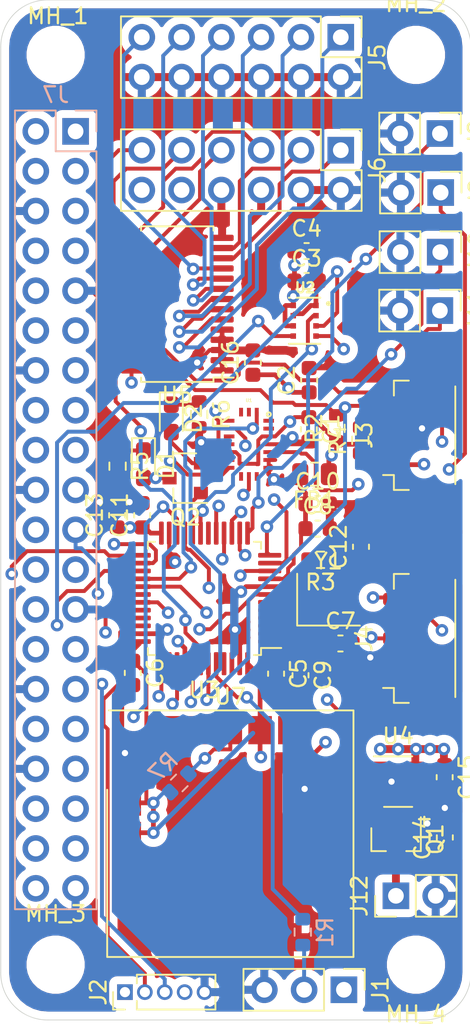
<source format=kicad_pcb>
(kicad_pcb (version 20171130) (host pcbnew "(5.1.9)-1")
  (layers (0 F.Cu signal) (1 In1.Cu signal) (2 In2.Cu signal) (31 B.Cu signal) (34 B.Paste user hide) (35 F.Paste user hide) (36 B.SilkS user hide) (37 F.SilkS user hide) (38 B.Mask user hide) (39 F.Mask user hide) (44 Edge.Cuts user hide))
  (net 0 "")
  (net 1 +3V3)
  (net 2 GND)
  (net 3 HS_OSC_IN)
  (net 4 +3.3VA)
  (net 5 "Net-(C12-Pad1)")
  (net 6 VCC)
  (net 7 "Net-(J1-Pad2)")
  (net 8 SYS_JTMS_SWDIO)
  (net 9 SYS_JTCK_SWCLK)
  (net 10 NRST)
  (net 11 I2C_EXTERN_SCL)
  (net 12 I2C_EXTERN_SDA)
  (net 13 USART_EXTERN_RX)
  (net 14 USART_EXTERN_TX)
  (net 15 USART_EXTERN_CLK)
  (net 16 "Net-(J5-Pad1)")
  (net 17 "Net-(J5-Pad3)")
  (net 18 "Net-(J5-Pad5)")
  (net 19 "Net-(J6-Pad5)")
  (net 20 "Net-(J6-Pad3)")
  (net 21 "Net-(J6-Pad1)")
  (net 22 ADC_EXTERN_IN1)
  (net 23 ADC_EXTERN_IN3)
  (net 24 ADC_EXTERN_IN0)
  (net 25 ADC_EXTERN_IN2)
  (net 26 "Net-(Q1-Pad2)")
  (net 27 BOOT0)
  (net 28 HS_OSC_OUT)
  (net 29 GPS_NRESET)
  (net 30 MAGNET_CS)
  (net 31 "Net-(U1-Pad19)")
  (net 32 BOARD_SPI_MISO)
  (net 33 ACCEL_CS)
  (net 34 "Net-(U1-Pad15)")
  (net 35 "Net-(U1-Pad14)")
  (net 36 BOARD_SPI_MOSI)
  (net 37 "Net-(U1-Pad10)")
  (net 38 BOARD_SPI_SCLK)
  (net 39 GYRO_CS)
  (net 40 "Net-(U1-Pad2)")
  (net 41 "Net-(U1-Pad1)")
  (net 42 PRESSURE_CS)
  (net 43 "Net-(U3-Pad2)")
  (net 44 "Net-(U3-Pad3)")
  (net 45 "Net-(U3-Pad4)")
  (net 46 SHIELD_SPI_CS)
  (net 47 SHIELD_SPI_SCLK)
  (net 48 SHIELD_SPI_MISO)
  (net 49 SHIELD_SPI_MOSI)
  (net 50 "Net-(U3-Pad18)")
  (net 51 USART_INTERNAL_TX)
  (net 52 USART_INTERNAL_RX)
  (net 53 "Net-(U3-Pad32)")
  (net 54 "Net-(U3-Pad33)")
  (net 55 "Net-(U3-Pad38)")
  (net 56 "Net-(U4-Pad4)")
  (net 57 "Net-(U5-Pad19)")
  (net 58 "Net-(U5-Pad20)")
  (net 59 "Net-(U5-Pad21)")
  (net 60 "Net-(U5-Pad22)")
  (net 61 "Net-(U5-Pad25)")
  (net 62 "Net-(U7-Pad7)")
  (net 63 "Net-(U7-Pad8)")
  (net 64 "Net-(U7-Pad9)")
  (net 65 "Net-(U7-Pad12)")
  (net 66 "Net-(U7-Pad19)")
  (net 67 "Net-(J7-Pad3)")
  (net 68 "Net-(J7-Pad5)")
  (net 69 "Net-(J7-Pad7)")
  (net 70 "Net-(J7-Pad8)")
  (net 71 "Net-(J7-Pad10)")
  (net 72 "Net-(J7-Pad11)")
  (net 73 "Net-(J7-Pad12)")
  (net 74 "Net-(J7-Pad13)")
  (net 75 "Net-(J7-Pad15)")
  (net 76 "Net-(J7-Pad16)")
  (net 77 "Net-(J7-Pad18)")
  (net 78 "Net-(J7-Pad22)")
  (net 79 "Net-(J7-Pad26)")
  (net 80 "Net-(J7-Pad27)")
  (net 81 "Net-(J7-Pad28)")
  (net 82 "Net-(J7-Pad29)")
  (net 83 "Net-(J7-Pad31)")
  (net 84 "Net-(J7-Pad32)")
  (net 85 "Net-(J7-Pad33)")
  (net 86 "Net-(J7-Pad35)")
  (net 87 "Net-(J7-Pad36)")
  (net 88 "Net-(J7-Pad37)")
  (net 89 "Net-(J7-Pad38)")
  (net 90 "Net-(J7-Pad40)")
  (net 91 "Net-(J5-Pad7)")
  (net 92 "Net-(J5-Pad9)")
  (net 93 "Net-(J5-Pad11)")
  (net 94 "Net-(J6-Pad7)")
  (net 95 "Net-(J6-Pad9)")
  (net 96 "Net-(J6-Pad11)")
  (net 97 "Net-(D1-Pad1)")
  (net 98 "Net-(D2-Pad2)")
  (net 99 "Net-(D2-Pad1)")
  (net 100 STATUS)
  (net 101 "Net-(U3-Pad45)")
  (net 102 "Net-(U3-Pad46)")
  (net 103 "Net-(J7-Pad2)")
  (net 104 "Net-(J7-Pad4)")
  (module Capacitor_SMD:C_0603_1608Metric (layer F.Cu) (at 75.96 51.37 270)
    (fp_text reference C1 (at 0 -1.43 90) (layer F.SilkS))
    (fp_text value 100nF)
    (pad 1 smd roundrect (at -0.775 0 270) (size 0.9 0.95) (layers F.Cu F.Paste F.Mask) (net 1 +3V3))
    (pad 2 smd roundrect (at 0.775 0 270) (size 0.9 0.95) (layers F.Cu F.Paste F.Mask) (net 2 GND))
  )
  (module Capacitor_SMD:C_0603_1608Metric (layer F.Cu) (at 64.725 66.9 270)
    (fp_text reference C6 (at 0 -1.43 90) (layer F.SilkS))
    (fp_text value 100n)
    (pad 1 smd roundrect (at -0.775 0 270) (size 0.9 0.95) (layers F.Cu F.Paste F.Mask) (net 1 +3V3))
    (pad 2 smd roundrect (at 0.775 0 270) (size 0.9 0.95) (layers F.Cu F.Paste F.Mask) (net 2 GND))
  )
  (module Capacitor_SMD:C_0603_1608Metric (layer F.Cu) (at 77.978 65.024)
    (fp_text reference C7 (at 0 -1.43) (layer F.SilkS))
    (fp_text value 12p)
    (pad 2 smd roundrect (at 0.775 0) (size 0.9 0.95) (layers F.Cu F.Paste F.Mask) (net 2 GND))
    (pad 1 smd roundrect (at -0.775 0) (size 0.9 0.95) (layers F.Cu F.Paste F.Mask) (net 3 HS_OSC_IN))
  )
  (module Capacitor_SMD:C_0603_1608Metric (layer F.Cu) (at 73.87 66.95 270)
    (fp_text reference C5 (at 0 -1.43 90) (layer F.SilkS))
    (fp_text value 100n)
    (pad 2 smd roundrect (at 0.775 0 270) (size 0.9 0.95) (layers F.Cu F.Paste F.Mask) (net 2 GND))
    (pad 1 smd roundrect (at -0.775 0 270) (size 0.9 0.95) (layers F.Cu F.Paste F.Mask) (net 1 +3V3))
  )
  (module Capacitor_SMD:C_0603_1608Metric (layer F.Cu) (at 75.43 67.05 270)
    (fp_text reference C9 (at 0 -1.43 90) (layer F.SilkS))
    (fp_text value 100n)
    (pad 2 smd roundrect (at 0.775 0 270) (size 0.9 0.95) (layers F.Cu F.Paste F.Mask) (net 2 GND))
    (pad 1 smd roundrect (at -0.775 0 270) (size 0.9 0.95) (layers F.Cu F.Paste F.Mask) (net 1 +3V3))
  )
  (module Capacitor_SMD:C_0603_1608Metric (layer F.Cu) (at 79.29 58.86 90)
    (fp_text reference C12 (at 0 -1.43 90) (layer F.SilkS))
    (fp_text value 12p)
    (pad 1 smd roundrect (at -0.775 0 90) (size 0.9 0.95) (layers F.Cu F.Paste F.Mask) (net 5 "Net-(C12-Pad1)"))
    (pad 2 smd roundrect (at 0.775 0 90) (size 0.9 0.95) (layers F.Cu F.Paste F.Mask) (net 2 GND))
  )
  (module Resistor_SMD:R_0805_2012Metric (layer F.Cu) (at 76.327 54.229 180)
    (fp_text reference FB1 (at 0 -1.65) (layer F.SilkS))
    (fp_text value Ferrite_Bead_Small)
    (pad 1 smd roundrect (at -0.9125 0 180) (size 1.025 1.4) (layers F.Cu F.Paste F.Mask) (roundrect_rratio 0.243902) (net 1 +3V3))
    (pad 2 smd roundrect (at 0.9125 0 180) (size 1.025 1.4) (layers F.Cu F.Paste F.Mask) (roundrect_rratio 0.243902) (net 4 +3.3VA))
  )
  (module Capacitor_SMD:C_0603_1608Metric (layer F.Cu) (at 76.525 57.7)
    (fp_text reference C8 (at 0 -1.43) (layer F.SilkS))
    (fp_text value 1u)
    (pad 1 smd roundrect (at -0.775 0) (size 0.9 0.95) (layers F.Cu F.Paste F.Mask) (net 4 +3.3VA))
    (pad 2 smd roundrect (at 0.775 0) (size 0.9 0.95) (layers F.Cu F.Paste F.Mask) (net 2 GND))
  )
  (module Connector_Molex:Molex_PicoBlade_53398-0571_1x05-1MP_P1.25mm_Vertical (layer F.Cu) (at 82.6 64.7 90)
    (fp_text reference J4 (at 0 -3.1 90) (layer F.SilkS))
    (fp_text value Conn_01x05)
    (pad 1 smd roundrect (at -2.5 -1.25 90) (size 0.8 1.3) (layers F.Cu F.Paste F.Mask) (net 1 +3V3))
    (pad 2 smd roundrect (at -1.25 -1.25 90) (size 0.8 1.3) (layers F.Cu F.Paste F.Mask) (net 2 GND))
    (pad 3 smd roundrect (at 0 -1.25 90) (size 0.8 1.3) (layers F.Cu F.Paste F.Mask) (net 13 USART_EXTERN_RX))
    (pad 4 smd roundrect (at 1.25 -1.25 90) (size 0.8 1.3) (layers F.Cu F.Paste F.Mask) (net 14 USART_EXTERN_TX))
    (pad 5 smd roundrect (at 2.5 -1.25 90) (size 0.8 1.3) (layers F.Cu F.Paste F.Mask) (net 15 USART_EXTERN_CLK))
    (pad MP smd roundrect (at -5.05 1.5 90) (size 2.1 3) (layers F.Cu F.Paste F.Mask) (roundrect_rratio 0.119048))
    (pad MP smd roundrect (at 5.05 1.5 90) (size 2.1 3) (layers F.Cu F.Paste F.Mask) (roundrect_rratio 0.119048))
  )
  (module Capacitor_SMD:C_0603_1608Metric (layer F.Cu) (at 65.325 56.85 90)
    (fp_text reference C11 (at 0 -1.43 90) (layer F.SilkS))
    (fp_text value 100n)
    (pad 2 smd roundrect (at 0.775 0 90) (size 0.9 0.95) (layers F.Cu F.Paste F.Mask) (net 2 GND))
    (pad 1 smd roundrect (at -0.775 0 90) (size 0.9 0.95) (layers F.Cu F.Paste F.Mask) (net 1 +3V3))
  )
  (module Capacitor_SMD:C_0603_1608Metric (layer F.Cu) (at 63.725 56.85 90)
    (fp_text reference C13 (at 0 -1.43 90) (layer F.SilkS))
    (fp_text value 4.7u)
    (pad 2 smd roundrect (at 0.775 0 90) (size 0.9 0.95) (layers F.Cu F.Paste F.Mask) (net 2 GND))
    (pad 1 smd roundrect (at -0.775 0 90) (size 0.9 0.95) (layers F.Cu F.Paste F.Mask) (net 1 +3V3))
  )
  (module Capacitor_SMD:C_0603_1608Metric (layer F.Cu) (at 84.63 73.55 270)
    (fp_text reference C15 (at 0 -1.43 90) (layer F.SilkS))
    (fp_text value 1u)
    (pad 1 smd roundrect (at -0.775 0 270) (size 0.9 0.95) (layers F.Cu F.Paste F.Mask) (net 1 +3V3))
    (pad 2 smd roundrect (at 0.775 0 270) (size 0.9 0.95) (layers F.Cu F.Paste F.Mask) (net 2 GND))
  )
  (module Capacitor_SMD:C_0603_1608Metric (layer F.Cu) (at 76.525 56.125)
    (fp_text reference C10 (at 0 -1.43) (layer F.SilkS))
    (fp_text value 10n)
    (pad 2 smd roundrect (at 0.775 0) (size 0.9 0.95) (layers F.Cu F.Paste F.Mask) (net 2 GND))
    (pad 1 smd roundrect (at -0.775 0) (size 0.9 0.95) (layers F.Cu F.Paste F.Mask) (net 4 +3.3VA))
  )
  (module Crystal:Crystal_SMD_3225-4Pin_3.2x2.5mm (layer F.Cu) (at 77.216 62.23)
    (fp_text reference Y1 (at 0 -2.45) (layer F.SilkS))
    (fp_text value Crystal_GND24)
    (pad 1 smd rect (at -1.1 0.85) (size 1.4 1.2) (layers F.Cu F.Paste F.Mask) (net 3 HS_OSC_IN))
    (pad 2 smd rect (at 1.1 0.85) (size 1.4 1.2) (layers F.Cu F.Paste F.Mask) (net 2 GND))
    (pad 3 smd rect (at 1.1 -0.85) (size 1.4 1.2) (layers F.Cu F.Paste F.Mask) (net 5 "Net-(C12-Pad1)"))
    (pad 4 smd rect (at -1.1 -0.85) (size 1.4 1.2) (layers F.Cu F.Paste F.Mask) (net 2 GND))
  )
  (module Resistor_SMD:R_0603_1608Metric (layer F.Cu) (at 76.708 59.69 180)
    (fp_text reference R3 (at 0 -1.43) (layer F.SilkS))
    (fp_text value 47)
    (pad 1 smd roundrect (at -0.825 0 180) (size 0.8 0.95) (layers F.Cu F.Paste F.Mask) (net 5 "Net-(C12-Pad1)"))
    (pad 2 smd roundrect (at 0.825 0 180) (size 0.8 0.95) (layers F.Cu F.Paste F.Mask) (net 28 HS_OSC_OUT))
  )
  (module Sensor:BMX055 (layer F.Cu) (at 72.136 52.324)
    (fp_text reference U1 (at 0 -2.8) (layer F.SilkS) (effects (font (size 0.2 0.2) (thickness 0.05))))
    (fp_text value BMX055)
    (pad 20 smd roundrect (at 0.5 -2.05 90) (size 0.55 0.25) (layers F.Cu F.Paste F.Mask) (roundrect_rratio 0.02) (net 30 MAGNET_CS))
    (pad 19 smd roundrect (at 0 -2.05 90) (size 0.55 0.25) (layers F.Cu F.Paste F.Mask) (roundrect_rratio 0.02) (net 31 "Net-(U1-Pad19)"))
    (pad 18 smd roundrect (at -0.5 -2.05 90) (size 0.55 0.25) (layers F.Cu F.Paste F.Mask) (roundrect_rratio 0.02))
    (pad 17 smd roundrect (at -1.2625 -1.5) (size 0.675 0.25) (layers F.Cu F.Paste F.Mask) (roundrect_rratio 0.02) (net 32 BOARD_SPI_MISO))
    (pad 16 smd roundrect (at -1.2625 -1) (size 0.675 0.25) (layers F.Cu F.Paste F.Mask) (roundrect_rratio 0.02) (net 33 ACCEL_CS))
    (pad 15 smd roundrect (at -1.2625 -0.5) (size 0.675 0.25) (layers F.Cu F.Paste F.Mask) (roundrect_rratio 0.02) (net 34 "Net-(U1-Pad15)"))
    (pad 14 smd roundrect (at -1.2625 0) (size 0.675 0.25) (layers F.Cu F.Paste F.Mask) (roundrect_rratio 0.02) (net 35 "Net-(U1-Pad14)"))
    (pad 13 smd roundrect (at -1.2625 0.5) (size 0.675 0.25) (layers F.Cu F.Paste F.Mask) (roundrect_rratio 0.02) (net 1 +3V3))
    (pad 12 smd roundrect (at -1.2625 1) (size 0.675 0.25) (layers F.Cu F.Paste F.Mask) (roundrect_rratio 0.02) (net 32 BOARD_SPI_MISO))
    (pad 11 smd roundrect (at -1.2625 1.5) (size 0.675 0.25) (layers F.Cu F.Paste F.Mask) (roundrect_rratio 0.02) (net 36 BOARD_SPI_MOSI))
    (pad 10 smd roundrect (at -0.5 2.05 90) (size 0.55 0.25) (layers F.Cu F.Paste F.Mask) (roundrect_rratio 0.02) (net 37 "Net-(U1-Pad10)"))
    (pad 9 smd roundrect (at 0 2.05 90) (size 0.55 0.25) (layers F.Cu F.Paste F.Mask) (roundrect_rratio 0.02) (net 38 BOARD_SPI_SCLK))
    (pad 8 smd roundrect (at 0.5 2.05 90) (size 0.55 0.25) (layers F.Cu F.Paste F.Mask) (roundrect_rratio 0.02))
    (pad 7 smd roundrect (at 1.2625 1.5) (size 0.675 0.25) (layers F.Cu F.Paste F.Mask) (roundrect_rratio 0.02) (net 2 GND))
    (pad 6 smd roundrect (at 1.2625 1) (size 0.675 0.25) (layers F.Cu F.Paste F.Mask) (roundrect_rratio 0.02) (net 2 GND))
    (pad 5 smd roundrect (at 1.2625 0.5) (size 0.675 0.25) (layers F.Cu F.Paste F.Mask) (roundrect_rratio 0.02) (net 39 GYRO_CS))
    (pad 4 smd roundrect (at 1.2625 0) (size 0.675 0.25) (layers F.Cu F.Paste F.Mask) (roundrect_rratio 0.02) (net 2 GND))
    (pad 3 smd roundrect (at 1.2625 -0.5) (size 0.675 0.25) (layers F.Cu F.Paste F.Mask) (roundrect_rratio 0.02) (net 1 +3V3))
    (pad 2 smd roundrect (at 1.2625 -1) (size 0.675 0.25) (layers F.Cu F.Paste F.Mask) (roundrect_rratio 0.02) (net 40 "Net-(U1-Pad2)"))
    (pad 1 smd roundrect (at 1.2625 -1.5) (size 0.675 0.25) (layers F.Cu F.Paste F.Mask) (roundrect_rratio 0.02) (net 41 "Net-(U1-Pad1)"))
  )
  (module Resistor_SMD:R_0603_1608Metric (layer F.Cu) (at 77.724 51.308 90)
    (fp_text reference R2 (at 0 -1.43 90) (layer F.SilkS))
    (fp_text value 4.7k)
    (pad 2 smd roundrect (at 0.825 0 90) (size 0.8 0.95) (layers F.Cu F.Paste F.Mask) (net 12 I2C_EXTERN_SDA))
    (pad 1 smd roundrect (at -0.825 0 90) (size 0.8 0.95) (layers F.Cu F.Paste F.Mask) (net 1 +3V3))
  )
  (module Package_QFP:LQFP-48_7x7mm_P0.5mm (layer F.Cu) (at 69.3 62.15 180)
    (fp_text reference U3 (at 0 -5.85) (layer F.SilkS))
    (fp_text value STM32F103CBTx)
    (pad 1 smd roundrect (at -4.1625 -2.75 180) (size 1.475 0.3) (layers F.Cu F.Paste F.Mask) (net 1 +3V3))
    (pad 2 smd roundrect (at -4.1625 -2.25 180) (size 1.475 0.3) (layers F.Cu F.Paste F.Mask) (net 43 "Net-(U3-Pad2)"))
    (pad 3 smd roundrect (at -4.1625 -1.75 180) (size 1.475 0.3) (layers F.Cu F.Paste F.Mask) (net 44 "Net-(U3-Pad3)"))
    (pad 4 smd roundrect (at -4.1625 -1.25 180) (size 1.475 0.3) (layers F.Cu F.Paste F.Mask) (net 45 "Net-(U3-Pad4)"))
    (pad 5 smd roundrect (at -4.1625 -0.75 180) (size 1.475 0.3) (layers F.Cu F.Paste F.Mask) (net 3 HS_OSC_IN))
    (pad 6 smd roundrect (at -4.1625 -0.25 180) (size 1.475 0.3) (layers F.Cu F.Paste F.Mask) (net 28 HS_OSC_OUT))
    (pad 7 smd roundrect (at -4.1625 0.25 180) (size 1.475 0.3) (layers F.Cu F.Paste F.Mask) (net 10 NRST))
    (pad 8 smd roundrect (at -4.1625 0.75 180) (size 1.475 0.3) (layers F.Cu F.Paste F.Mask) (net 2 GND))
    (pad 9 smd roundrect (at -4.1625 1.25 180) (size 1.475 0.3) (layers F.Cu F.Paste F.Mask) (net 4 +3.3VA))
    (pad 10 smd roundrect (at -4.1625 1.75 180) (size 1.475 0.3) (layers F.Cu F.Paste F.Mask) (net 24 ADC_EXTERN_IN0))
    (pad 11 smd roundrect (at -4.1625 2.25 180) (size 1.475 0.3) (layers F.Cu F.Paste F.Mask) (net 22 ADC_EXTERN_IN1))
    (pad 12 smd roundrect (at -4.1625 2.75 180) (size 1.475 0.3) (layers F.Cu F.Paste F.Mask) (net 25 ADC_EXTERN_IN2))
    (pad 13 smd roundrect (at -2.75 4.1625 180) (size 0.3 1.475) (layers F.Cu F.Paste F.Mask) (net 23 ADC_EXTERN_IN3))
    (pad 14 smd roundrect (at -2.25 4.1625 180) (size 0.3 1.475) (layers F.Cu F.Paste F.Mask) (net 46 SHIELD_SPI_CS))
    (pad 15 smd roundrect (at -1.75 4.1625 180) (size 0.3 1.475) (layers F.Cu F.Paste F.Mask) (net 47 SHIELD_SPI_SCLK))
    (pad 16 smd roundrect (at -1.25 4.1625 180) (size 0.3 1.475) (layers F.Cu F.Paste F.Mask) (net 48 SHIELD_SPI_MISO))
    (pad 17 smd roundrect (at -0.75 4.1625 180) (size 0.3 1.475) (layers F.Cu F.Paste F.Mask) (net 49 SHIELD_SPI_MOSI))
    (pad 18 smd roundrect (at -0.25 4.1625 180) (size 0.3 1.475) (layers F.Cu F.Paste F.Mask) (net 50 "Net-(U3-Pad18)"))
    (pad 19 smd roundrect (at 0.25 4.1625 180) (size 0.3 1.475) (layers F.Cu F.Paste F.Mask) (net 42 PRESSURE_CS))
    (pad 20 smd roundrect (at 0.75 4.1625 180) (size 0.3 1.475) (layers F.Cu F.Paste F.Mask) (net 100 STATUS))
    (pad 21 smd roundrect (at 1.25 4.1625 180) (size 0.3 1.475) (layers F.Cu F.Paste F.Mask) (net 51 USART_INTERNAL_TX))
    (pad 22 smd roundrect (at 1.75 4.1625 180) (size 0.3 1.475) (layers F.Cu F.Paste F.Mask) (net 52 USART_INTERNAL_RX))
    (pad 23 smd roundrect (at 2.25 4.1625 180) (size 0.3 1.475) (layers F.Cu F.Paste F.Mask) (net 2 GND))
    (pad 24 smd roundrect (at 2.75 4.1625 180) (size 0.3 1.475) (layers F.Cu F.Paste F.Mask) (net 1 +3V3))
    (pad 25 smd roundrect (at 4.1625 2.75 180) (size 1.475 0.3) (layers F.Cu F.Paste F.Mask) (net 29 GPS_NRESET))
    (pad 26 smd roundrect (at 4.1625 2.25 180) (size 1.475 0.3) (layers F.Cu F.Paste F.Mask) (net 38 BOARD_SPI_SCLK))
    (pad 27 smd roundrect (at 4.1625 1.75 180) (size 1.475 0.3) (layers F.Cu F.Paste F.Mask) (net 32 BOARD_SPI_MISO))
    (pad 28 smd roundrect (at 4.1625 1.25 180) (size 1.475 0.3) (layers F.Cu F.Paste F.Mask) (net 36 BOARD_SPI_MOSI))
    (pad 29 smd roundrect (at 4.1625 0.75 180) (size 1.475 0.3) (layers F.Cu F.Paste F.Mask) (net 15 USART_EXTERN_CLK))
    (pad 30 smd roundrect (at 4.1625 0.25 180) (size 1.475 0.3) (layers F.Cu F.Paste F.Mask) (net 14 USART_EXTERN_TX))
    (pad 31 smd roundrect (at 4.1625 -0.25 180) (size 1.475 0.3) (layers F.Cu F.Paste F.Mask) (net 13 USART_EXTERN_RX))
    (pad 32 smd roundrect (at 4.1625 -0.75 180) (size 1.475 0.3) (layers F.Cu F.Paste F.Mask) (net 53 "Net-(U3-Pad32)"))
    (pad 33 smd roundrect (at 4.1625 -1.25 180) (size 1.475 0.3) (layers F.Cu F.Paste F.Mask) (net 54 "Net-(U3-Pad33)"))
    (pad 34 smd roundrect (at 4.1625 -1.75 180) (size 1.475 0.3) (layers F.Cu F.Paste F.Mask) (net 8 SYS_JTMS_SWDIO))
    (pad 35 smd roundrect (at 4.1625 -2.25 180) (size 1.475 0.3) (layers F.Cu F.Paste F.Mask) (net 2 GND))
    (pad 36 smd roundrect (at 4.1625 -2.75 180) (size 1.475 0.3) (layers F.Cu F.Paste F.Mask) (net 1 +3V3))
    (pad 37 smd roundrect (at 2.75 -4.1625 180) (size 0.3 1.475) (layers F.Cu F.Paste F.Mask) (net 9 SYS_JTCK_SWCLK))
    (pad 38 smd roundrect (at 2.25 -4.1625 180) (size 0.3 1.475) (layers F.Cu F.Paste F.Mask) (net 55 "Net-(U3-Pad38)"))
    (pad 39 smd roundrect (at 1.75 -4.1625 180) (size 0.3 1.475) (layers F.Cu F.Paste F.Mask) (net 33 ACCEL_CS))
    (pad 40 smd roundrect (at 1.25 -4.1625 180) (size 0.3 1.475) (layers F.Cu F.Paste F.Mask) (net 39 GYRO_CS))
    (pad 41 smd roundrect (at 0.75 -4.1625 180) (size 0.3 1.475) (layers F.Cu F.Paste F.Mask) (net 30 MAGNET_CS))
    (pad 42 smd roundrect (at 0.25 -4.1625 180) (size 0.3 1.475) (layers F.Cu F.Paste F.Mask) (net 11 I2C_EXTERN_SCL))
    (pad 43 smd roundrect (at -0.25 -4.1625 180) (size 0.3 1.475) (layers F.Cu F.Paste F.Mask) (net 12 I2C_EXTERN_SDA))
    (pad 44 smd roundrect (at -0.75 -4.1625 180) (size 0.3 1.475) (layers F.Cu F.Paste F.Mask) (net 27 BOOT0))
    (pad 45 smd roundrect (at -1.25 -4.1625 180) (size 0.3 1.475) (layers F.Cu F.Paste F.Mask) (net 101 "Net-(U3-Pad45)"))
    (pad 46 smd roundrect (at -1.75 -4.1625 180) (size 0.3 1.475) (layers F.Cu F.Paste F.Mask) (net 102 "Net-(U3-Pad46)"))
    (pad 47 smd roundrect (at -2.25 -4.1625 180) (size 0.3 1.475) (layers F.Cu F.Paste F.Mask) (net 2 GND))
    (pad 48 smd roundrect (at -2.75 -4.1625 180) (size 0.3 1.475) (layers F.Cu F.Paste F.Mask) (net 1 +3V3))
  )
  (module Resistor_SMD:R_0603_1608Metric (layer F.Cu) (at 79.248 52.07 90)
    (fp_text reference R4 (at 0 -1.43 90) (layer F.SilkS))
    (fp_text value 4.7k)
    (pad 1 smd roundrect (at -0.825 0 90) (size 0.8 0.95) (layers F.Cu F.Paste F.Mask) (net 1 +3V3))
    (pad 2 smd roundrect (at 0.825 0 90) (size 0.8 0.95) (layers F.Cu F.Paste F.Mask) (net 11 I2C_EXTERN_SCL))
  )
  (module MountingHole:MountingHole_2.7mm_M2.5_ISO7380 (layer F.Cu) (at 82.8 85.5)
    (fp_text reference MH_4 (at 0.004 3.146) (layer F.SilkS))
    (fp_text value MountingHole_2.7mm_M2.5_ISO7380 hide)
    (pad 1 np_thru_hole circle (at 0 0) (size 2.7 2.7) (drill 2.7) (layers *.Cu *.Mask))
  )
  (module MountingHole:MountingHole_2.7mm_M2.5_ISO7380 (layer F.Cu) (at 59.8 85.5)
    (fp_text reference MH_3 (at 0 -3.25) (layer F.SilkS))
    (fp_text value MountingHole_2.7mm_M2.5_ISO7380 hide)
    (pad 1 np_thru_hole circle (at 0 0) (size 2.7 2.7) (drill 2.7) (layers *.Cu *.Mask))
  )
  (module MountingHole:MountingHole_2.7mm_M2.5_ISO7380 (layer F.Cu) (at 82.8 27.5)
    (fp_text reference MH_2 (at 0 -3.25) (layer F.SilkS))
    (fp_text value MountingHole_2.7mm_M2.5_ISO7380)
    (pad 1 np_thru_hole circle (at 0 0) (size 2.7 2.7) (drill 2.7) (layers *.Cu *.Mask))
  )
  (module MountingHole:MountingHole_2.7mm_M2.5_ISO7380 (layer F.Cu) (at 59.8 27.5)
    (fp_text reference MH_1 (at 0.144 -2.481) (layer F.SilkS))
    (fp_text value MountingHole_2.7mm_M2.5_ISO7380)
    (pad 1 np_thru_hole circle (at 0 0) (size 2.7 2.7) (drill 2.7) (layers *.Cu *.Mask))
  )
  (module Connector_PinHeader_2.54mm:PinHeader_2x20_P2.54mm_Vertical (layer B.Cu) (at 61.075 32.375 180)
    (fp_text reference J7 (at 1.27 2.33) (layer B.SilkS) (effects (justify mirror)))
    (fp_text value Conn_02x20_Odd_Even)
    (pad 1 thru_hole rect (at 0 0 180) (size 1.7 1.7) (drill 1) (layers *.Cu *.Mask) (net 1 +3V3))
    (pad 2 thru_hole oval (at 2.54 0 180) (size 1.7 1.7) (drill 1) (layers *.Cu *.Mask) (net 103 "Net-(J7-Pad2)"))
    (pad 3 thru_hole oval (at 0 -2.54 180) (size 1.7 1.7) (drill 1) (layers *.Cu *.Mask) (net 67 "Net-(J7-Pad3)"))
    (pad 4 thru_hole oval (at 2.54 -2.54 180) (size 1.7 1.7) (drill 1) (layers *.Cu *.Mask) (net 104 "Net-(J7-Pad4)"))
    (pad 5 thru_hole oval (at 0 -5.08 180) (size 1.7 1.7) (drill 1) (layers *.Cu *.Mask) (net 68 "Net-(J7-Pad5)"))
    (pad 6 thru_hole oval (at 2.54 -5.08 180) (size 1.7 1.7) (drill 1) (layers *.Cu *.Mask) (net 2 GND))
    (pad 7 thru_hole oval (at 0 -7.62 180) (size 1.7 1.7) (drill 1) (layers *.Cu *.Mask) (net 69 "Net-(J7-Pad7)"))
    (pad 8 thru_hole oval (at 2.54 -7.62 180) (size 1.7 1.7) (drill 1) (layers *.Cu *.Mask) (net 70 "Net-(J7-Pad8)"))
    (pad 9 thru_hole oval (at 0 -10.16 180) (size 1.7 1.7) (drill 1) (layers *.Cu *.Mask) (net 2 GND))
    (pad 10 thru_hole oval (at 2.54 -10.16 180) (size 1.7 1.7) (drill 1) (layers *.Cu *.Mask) (net 71 "Net-(J7-Pad10)"))
    (pad 11 thru_hole oval (at 0 -12.7 180) (size 1.7 1.7) (drill 1) (layers *.Cu *.Mask) (net 72 "Net-(J7-Pad11)"))
    (pad 12 thru_hole oval (at 2.54 -12.7 180) (size 1.7 1.7) (drill 1) (layers *.Cu *.Mask) (net 73 "Net-(J7-Pad12)"))
    (pad 13 thru_hole oval (at 0 -15.24 180) (size 1.7 1.7) (drill 1) (layers *.Cu *.Mask) (net 74 "Net-(J7-Pad13)"))
    (pad 14 thru_hole oval (at 2.54 -15.24 180) (size 1.7 1.7) (drill 1) (layers *.Cu *.Mask) (net 2 GND))
    (pad 15 thru_hole oval (at 0 -17.78 180) (size 1.7 1.7) (drill 1) (layers *.Cu *.Mask) (net 75 "Net-(J7-Pad15)"))
    (pad 16 thru_hole oval (at 2.54 -17.78 180) (size 1.7 1.7) (drill 1) (layers *.Cu *.Mask) (net 76 "Net-(J7-Pad16)"))
    (pad 17 thru_hole oval (at 0 -20.32 180) (size 1.7 1.7) (drill 1) (layers *.Cu *.Mask) (net 1 +3V3))
    (pad 18 thru_hole oval (at 2.54 -20.32 180) (size 1.7 1.7) (drill 1) (layers *.Cu *.Mask) (net 77 "Net-(J7-Pad18)"))
    (pad 19 thru_hole oval (at 0 -22.86 180) (size 1.7 1.7) (drill 1) (layers *.Cu *.Mask) (net 49 SHIELD_SPI_MOSI))
    (pad 20 thru_hole oval (at 2.54 -22.86 180) (size 1.7 1.7) (drill 1) (layers *.Cu *.Mask) (net 2 GND))
    (pad 21 thru_hole oval (at 0 -25.4 180) (size 1.7 1.7) (drill 1) (layers *.Cu *.Mask) (net 48 SHIELD_SPI_MISO))
    (pad 22 thru_hole oval (at 2.54 -25.4 180) (size 1.7 1.7) (drill 1) (layers *.Cu *.Mask) (net 78 "Net-(J7-Pad22)"))
    (pad 23 thru_hole oval (at 0 -27.94 180) (size 1.7 1.7) (drill 1) (layers *.Cu *.Mask) (net 47 SHIELD_SPI_SCLK))
    (pad 24 thru_hole oval (at 2.54 -27.94 180) (size 1.7 1.7) (drill 1) (layers *.Cu *.Mask) (net 46 SHIELD_SPI_CS))
    (pad 25 thru_hole oval (at 0 -30.48 180) (size 1.7 1.7) (drill 1) (layers *.Cu *.Mask) (net 2 GND))
    (pad 26 thru_hole oval (at 2.54 -30.48 180) (size 1.7 1.7) (drill 1) (layers *.Cu *.Mask) (net 79 "Net-(J7-Pad26)"))
    (pad 27 thru_hole oval (at 0 -33.02 180) (size 1.7 1.7) (drill 1) (layers *.Cu *.Mask) (net 80 "Net-(J7-Pad27)"))
    (pad 28 thru_hole oval (at 2.54 -33.02 180) (size 1.7 1.7) (drill 1) (layers *.Cu *.Mask) (net 81 "Net-(J7-Pad28)"))
    (pad 29 thru_hole oval (at 0 -35.56 180) (size 1.7 1.7) (drill 1) (layers *.Cu *.Mask) (net 82 "Net-(J7-Pad29)"))
    (pad 30 thru_hole oval (at 2.54 -35.56 180) (size 1.7 1.7) (drill 1) (layers *.Cu *.Mask) (net 2 GND))
    (pad 31 thru_hole oval (at 0 -38.1 180) (size 1.7 1.7) (drill 1) (layers *.Cu *.Mask) (net 83 "Net-(J7-Pad31)"))
    (pad 32 thru_hole oval (at 2.54 -38.1 180) (size 1.7 1.7) (drill 1) (layers *.Cu *.Mask) (net 84 "Net-(J7-Pad32)"))
    (pad 33 thru_hole oval (at 0 -40.64 180) (size 1.7 1.7) (drill 1) (layers *.Cu *.Mask) (net 85 "Net-(J7-Pad33)"))
    (pad 34 thru_hole oval (at 2.54 -40.64 180) (size 1.7 1.7) (drill 1) (layers *.Cu *.Mask) (net 2 GND))
    (pad 35 thru_hole oval (at 0 -43.18 180) (size 1.7 1.7) (drill 1) (layers *.Cu *.Mask) (net 86 "Net-(J7-Pad35)"))
    (pad 36 thru_hole oval (at 2.54 -43.18 180) (size 1.7 1.7) (drill 1) (layers *.Cu *.Mask) (net 87 "Net-(J7-Pad36)"))
    (pad 37 thru_hole oval (at 0 -45.72 180) (size 1.7 1.7) (drill 1) (layers *.Cu *.Mask) (net 88 "Net-(J7-Pad37)"))
    (pad 38 thru_hole oval (at 2.54 -45.72 180) (size 1.7 1.7) (drill 1) (layers *.Cu *.Mask) (net 89 "Net-(J7-Pad38)"))
    (pad 39 thru_hole oval (at 0 -48.26 180) (size 1.7 1.7) (drill 1) (layers *.Cu *.Mask) (net 2 GND))
    (pad 40 thru_hole oval (at 2.54 -48.26 180) (size 1.7 1.7) (drill 1) (layers *.Cu *.Mask) (net 90 "Net-(J7-Pad40)"))
  )
  (module Capacitor_SMD:C_0603_1608Metric (layer F.Cu) (at 75.98 48.24 90)
    (fp_text reference C2 (at 0 -1.43 90) (layer F.SilkS))
    (fp_text value 100nF)
    (pad 2 smd roundrect (at 0.775 0 90) (size 0.9 0.95) (layers F.Cu F.Paste F.Mask) (net 2 GND))
    (pad 1 smd roundrect (at -0.775 0 90) (size 0.9 0.95) (layers F.Cu F.Paste F.Mask) (net 1 +3V3))
  )
  (module Capacitor_SMD:C_0603_1608Metric (layer F.Cu) (at 75.819 41.91)
    (fp_text reference C3 (at 0 -1.43) (layer F.SilkS))
    (fp_text value 100nF)
    (pad 1 smd roundrect (at -0.775 0) (size 0.9 0.95) (layers F.Cu F.Paste F.Mask) (net 1 +3V3))
    (pad 2 smd roundrect (at 0.775 0) (size 0.9 0.95) (layers F.Cu F.Paste F.Mask) (net 2 GND))
  )
  (module Capacitor_SMD:C_0603_1608Metric (layer F.Cu) (at 75.819 40.005)
    (fp_text reference C4 (at 0 -1.43) (layer F.SilkS))
    (fp_text value 100nF)
    (pad 2 smd roundrect (at 0.775 0) (size 0.9 0.95) (layers F.Cu F.Paste F.Mask) (net 2 GND))
    (pad 1 smd roundrect (at -0.775 0) (size 0.9 0.95) (layers F.Cu F.Paste F.Mask) (net 1 +3V3))
  )
  (module Capacitor_SMD:C_0603_1608Metric (layer F.Cu) (at 84.64 77.39 90)
    (fp_text reference C14 (at 0 -1.43 90) (layer F.SilkS))
    (fp_text value 1u)
    (pad 1 smd roundrect (at -0.775 0 90) (size 0.9 0.95) (layers F.Cu F.Paste F.Mask) (net 6 VCC))
    (pad 2 smd roundrect (at 0.775 0 90) (size 0.9 0.95) (layers F.Cu F.Paste F.Mask) (net 2 GND))
  )
  (module Capacitor_SMD:C_0603_1608Metric (layer F.Cu) (at 72.39 47.117 90)
    (fp_text reference C16 (at 0 -1.43 90) (layer F.SilkS))
    (fp_text value 100n)
    (pad 1 smd roundrect (at -0.775 0 90) (size 0.9 0.95) (layers F.Cu F.Paste F.Mask) (net 1 +3V3))
    (pad 2 smd roundrect (at 0.775 0 90) (size 0.9 0.95) (layers F.Cu F.Paste F.Mask) (net 2 GND))
  )
  (module Connector_PinHeader_2.54mm:PinHeader_1x03_P2.54mm_Vertical (layer F.Cu) (at 78.2 87.1 270)
    (fp_text reference J1 (at 0 -2.33 90) (layer F.SilkS))
    (fp_text value BOOT_MDE)
    (pad 1 thru_hole rect (at 0 0 270) (size 1.7 1.7) (drill 1) (layers *.Cu *.Mask) (net 1 +3V3))
    (pad 2 thru_hole oval (at 0 2.54 270) (size 1.7 1.7) (drill 1) (layers *.Cu *.Mask) (net 7 "Net-(J1-Pad2)"))
    (pad 3 thru_hole oval (at 0 5.08 270) (size 1.7 1.7) (drill 1) (layers *.Cu *.Mask) (net 2 GND))
  )
  (module Connector_PinHeader_1.27mm:PinHeader_1x05_P1.27mm_Vertical (layer F.Cu) (at 64.225 87.25 90)
    (fp_text reference J2 (at 0 -1.695 90) (layer F.SilkS))
    (fp_text value DEBUG)
    (pad 1 thru_hole rect (at 0 0 90) (size 1 1) (drill 0.65) (layers *.Cu *.Mask) (net 1 +3V3))
    (pad 2 thru_hole oval (at 0 1.27 90) (size 1 1) (drill 0.65) (layers *.Cu *.Mask) (net 8 SYS_JTMS_SWDIO))
    (pad 3 thru_hole oval (at 0 2.54 90) (size 1 1) (drill 0.65) (layers *.Cu *.Mask) (net 9 SYS_JTCK_SWCLK))
    (pad 4 thru_hole oval (at 0 3.81 90) (size 1 1) (drill 0.65) (layers *.Cu *.Mask) (net 10 NRST))
    (pad 5 thru_hole oval (at 0 5.08 90) (size 1 1) (drill 0.65) (layers *.Cu *.Mask) (net 2 GND))
  )
  (module Connector_Molex:Molex_PicoBlade_53398-0471_1x04-1MP_P1.25mm_Vertical (layer F.Cu) (at 82.6 51.75 90)
    (fp_text reference J3 (at 0 -3.1 90) (layer F.SilkS))
    (fp_text value Conn_01x04)
    (pad 1 smd roundrect (at -1.875 -1.25 90) (size 0.8 1.3) (layers F.Cu F.Paste F.Mask) (net 1 +3V3))
    (pad 2 smd roundrect (at -0.625 -1.25 90) (size 0.8 1.3) (layers F.Cu F.Paste F.Mask) (net 2 GND))
    (pad 3 smd roundrect (at 0.625 -1.25 90) (size 0.8 1.3) (layers F.Cu F.Paste F.Mask) (net 11 I2C_EXTERN_SCL))
    (pad 4 smd roundrect (at 1.875 -1.25 90) (size 0.8 1.3) (layers F.Cu F.Paste F.Mask) (net 12 I2C_EXTERN_SDA))
    (pad MP smd roundrect (at -4.425 1.5 90) (size 2.1 3) (layers F.Cu F.Paste F.Mask) (roundrect_rratio 0.119048))
    (pad MP smd roundrect (at 4.425 1.5 90) (size 2.1 3) (layers F.Cu F.Paste F.Mask) (roundrect_rratio 0.119048))
  )
  (module Connector_PinHeader_2.54mm:PinHeader_1x02_P2.54mm_Vertical (layer F.Cu) (at 84.328 32.512 270)
    (fp_text reference J8 (at 0 -2.33 90) (layer F.SilkS))
    (fp_text value Conn_01x02_Female)
    (pad 2 thru_hole oval (at 0 2.54 270) (size 1.7 1.7) (drill 1) (layers *.Cu *.Mask) (net 2 GND))
    (pad 1 thru_hole rect (at 0 0 270) (size 1.7 1.7) (drill 1) (layers *.Cu *.Mask) (net 23 ADC_EXTERN_IN3))
  )
  (module Connector_PinHeader_2.54mm:PinHeader_1x02_P2.54mm_Vertical (layer F.Cu) (at 84.375 36.275 270)
    (fp_text reference J9 (at 0 -2.33 90) (layer F.SilkS))
    (fp_text value Conn_01x02_Female)
    (pad 1 thru_hole rect (at 0 0 270) (size 1.7 1.7) (drill 1) (layers *.Cu *.Mask) (net 24 ADC_EXTERN_IN0))
    (pad 2 thru_hole oval (at 0 2.54 270) (size 1.7 1.7) (drill 1) (layers *.Cu *.Mask) (net 2 GND))
  )
  (module Connector_PinHeader_2.54mm:PinHeader_1x02_P2.54mm_Vertical (layer F.Cu) (at 84.35 40.075 270)
    (fp_text reference J10 (at 0 -2.33 90) (layer F.SilkS))
    (fp_text value Conn_01x02_Female)
    (pad 2 thru_hole oval (at 0 2.54 270) (size 1.7 1.7) (drill 1) (layers *.Cu *.Mask) (net 2 GND))
    (pad 1 thru_hole rect (at 0 0 270) (size 1.7 1.7) (drill 1) (layers *.Cu *.Mask) (net 25 ADC_EXTERN_IN2))
  )
  (module Connector_PinHeader_2.54mm:PinHeader_1x02_P2.54mm_Vertical (layer F.Cu) (at 84.325 43.8 270)
    (fp_text reference J11 (at 0 -2.33 90) (layer F.SilkS))
    (fp_text value Conn_01x02_Female)
    (pad 1 thru_hole rect (at 0 0 270) (size 1.7 1.7) (drill 1) (layers *.Cu *.Mask) (net 22 ADC_EXTERN_IN1))
    (pad 2 thru_hole oval (at 0 2.54 270) (size 1.7 1.7) (drill 1) (layers *.Cu *.Mask) (net 2 GND))
  )
  (module Package_TO_SOT_SMD:SOT-23 (layer F.Cu) (at 81.53 77.5 270)
    (fp_text reference Q1 (at 0 -2.5 90) (layer F.SilkS))
    (fp_text value Si2319CDS)
    (pad 1 smd rect (at -1 -0.95 270) (size 0.9 0.8) (layers F.Cu F.Paste F.Mask) (net 2 GND))
    (pad 2 smd rect (at -1 0.95 270) (size 0.9 0.8) (layers F.Cu F.Paste F.Mask) (net 26 "Net-(Q1-Pad2)"))
    (pad 3 smd rect (at 1 0 270) (size 0.9 0.8) (layers F.Cu F.Paste F.Mask) (net 6 VCC))
  )
  (module Resistor_SMD:R_0603_1608Metric (layer B.Cu) (at 75.575 83.425 90)
    (fp_text reference R1 (at 0 1.43 270) (layer B.SilkS) (effects (justify mirror)))
    (fp_text value 10k)
    (pad 2 smd roundrect (at 0.825 0 90) (size 0.8 0.95) (layers B.Cu B.Paste B.Mask) (net 27 BOOT0))
    (pad 1 smd roundrect (at -0.825 0 90) (size 0.8 0.95) (layers B.Cu B.Paste B.Mask) (net 7 "Net-(J1-Pad2)"))
  )
  (module Resistor_SMD:R_0603_1608Metric (layer B.Cu) (at 67.691 73.914 225)
    (fp_text reference R7 (at 0 1.43 225) (layer B.SilkS) (effects (justify mirror)))
    (fp_text value 1k)
    (pad 1 smd roundrect (at -0.825 0 225) (size 0.8 0.95) (layers B.Cu B.Paste B.Mask) (net 29 GPS_NRESET))
    (pad 2 smd roundrect (at 0.825 0 225) (size 0.8 0.95) (layers B.Cu B.Paste B.Mask) (net 1 +3V3))
  )
  (module Sensor:XDCR_DPS310XTSA1 (layer F.Cu) (at 75.692 44.45)
    (fp_text reference U2 (at 0.032 -2.1064) (layer F.SilkS) (effects (font (size 0.64 0.64))))
    (fp_text value DPS310XTSA1)
    (pad 8 smd rect (at -0.725 -0.975) (size 0.35 0.35) (layers F.Cu F.Mask) (net 1 +3V3))
    (pad 7 smd rect (at -0.725 -0.325) (size 0.35 0.35) (layers F.Cu F.Mask) (net 2 GND))
    (pad 6 smd rect (at -0.725 0.325) (size 0.35 0.35) (layers F.Cu F.Mask) (net 1 +3V3))
    (pad 5 smd rect (at -0.725 0.975) (size 0.35 0.35) (layers F.Cu F.Mask) (net 32 BOARD_SPI_MISO))
    (pad 4 smd rect (at 0.725 0.975) (size 0.35 0.35) (layers F.Cu F.Mask) (net 38 BOARD_SPI_SCLK))
    (pad 3 smd rect (at 0.725 0.325) (size 0.35 0.35) (layers F.Cu F.Mask) (net 36 BOARD_SPI_MOSI))
    (pad 2 smd rect (at 0.725 -0.325) (size 0.35 0.35) (layers F.Cu F.Mask) (net 42 PRESSURE_CS))
    (pad 1 smd rect (at 0.725 -0.975) (size 0.35 0.35) (layers F.Cu F.Mask) (net 2 GND))
  )
  (module Package_TO_SOT_SMD:SOT-23-5 (layer F.Cu) (at 81.66 73.83)
    (fp_text reference U4 (at 0 -2.9) (layer F.SilkS))
    (fp_text value AP2112K-3.3)
    (pad 1 smd rect (at -1.1 -0.95) (size 1.06 0.65) (layers F.Cu F.Paste F.Mask) (net 26 "Net-(Q1-Pad2)"))
    (pad 2 smd rect (at -1.1 0) (size 1.06 0.65) (layers F.Cu F.Paste F.Mask) (net 2 GND))
    (pad 3 smd rect (at -1.1 0.95) (size 1.06 0.65) (layers F.Cu F.Paste F.Mask) (net 6 VCC))
    (pad 4 smd rect (at 1.1 0.95) (size 1.06 0.65) (layers F.Cu F.Paste F.Mask) (net 56 "Net-(U4-Pad4)"))
    (pad 5 smd rect (at 1.1 -0.95) (size 1.06 0.65) (layers F.Cu F.Paste F.Mask) (net 1 +3V3))
  )
  (module Package_SO:TSSOP-28_4.4x9.7mm_P0.65mm (layer F.Cu) (at 67.564 43.389 180)
    (fp_text reference U5 (at 0 -5.8) (layer F.SilkS))
    (fp_text value PCA9685PW)
    (pad 1 smd roundrect (at -2.8625 -4.225 180) (size 1.475 0.4) (layers F.Cu F.Paste F.Mask) (net 2 GND))
    (pad 2 smd roundrect (at -2.8625 -3.575 180) (size 1.475 0.4) (layers F.Cu F.Paste F.Mask) (net 2 GND))
    (pad 3 smd roundrect (at -2.8625 -2.925 180) (size 1.475 0.4) (layers F.Cu F.Paste F.Mask) (net 2 GND))
    (pad 4 smd roundrect (at -2.8625 -2.275 180) (size 1.475 0.4) (layers F.Cu F.Paste F.Mask) (net 2 GND))
    (pad 5 smd roundrect (at -2.8625 -1.625 180) (size 1.475 0.4) (layers F.Cu F.Paste F.Mask) (net 2 GND))
    (pad 6 smd roundrect (at -2.8625 -0.975 180) (size 1.475 0.4) (layers F.Cu F.Paste F.Mask) (net 16 "Net-(J5-Pad1)"))
    (pad 7 smd roundrect (at -2.8625 -0.325 180) (size 1.475 0.4) (layers F.Cu F.Paste F.Mask) (net 17 "Net-(J5-Pad3)"))
    (pad 8 smd roundrect (at -2.8625 0.325 180) (size 1.475 0.4) (layers F.Cu F.Paste F.Mask) (net 18 "Net-(J5-Pad5)"))
    (pad 9 smd roundrect (at -2.8625 0.975 180) (size 1.475 0.4) (layers F.Cu F.Paste F.Mask) (net 91 "Net-(J5-Pad7)"))
    (pad 10 smd roundrect (at -2.8625 1.625 180) (size 1.475 0.4) (layers F.Cu F.Paste F.Mask) (net 92 "Net-(J5-Pad9)"))
    (pad 11 smd roundrect (at -2.8625 2.275 180) (size 1.475 0.4) (layers F.Cu F.Paste F.Mask) (net 93 "Net-(J5-Pad11)"))
    (pad 12 smd roundrect (at -2.8625 2.925 180) (size 1.475 0.4) (layers F.Cu F.Paste F.Mask) (net 21 "Net-(J6-Pad1)"))
    (pad 13 smd roundrect (at -2.8625 3.575 180) (size 1.475 0.4) (layers F.Cu F.Paste F.Mask) (net 20 "Net-(J6-Pad3)"))
    (pad 14 smd roundrect (at -2.8625 4.225 180) (size 1.475 0.4) (layers F.Cu F.Paste F.Mask) (net 2 GND))
    (pad 15 smd roundrect (at 2.8625 4.225 180) (size 1.475 0.4) (layers F.Cu F.Paste F.Mask) (net 19 "Net-(J6-Pad5)"))
    (pad 16 smd roundrect (at 2.8625 3.575 180) (size 1.475 0.4) (layers F.Cu F.Paste F.Mask) (net 94 "Net-(J6-Pad7)"))
    (pad 17 smd roundrect (at 2.8625 2.925 180) (size 1.475 0.4) (layers F.Cu F.Paste F.Mask) (net 95 "Net-(J6-Pad9)"))
    (pad 18 smd roundrect (at 2.8625 2.275 180) (size 1.475 0.4) (layers F.Cu F.Paste F.Mask) (net 96 "Net-(J6-Pad11)"))
    (pad 19 smd roundrect (at 2.8625 1.625 180) (size 1.475 0.4) (layers F.Cu F.Paste F.Mask) (net 57 "Net-(U5-Pad19)"))
    (pad 20 smd roundrect (at 2.8625 0.975 180) (size 1.475 0.4) (layers F.Cu F.Paste F.Mask) (net 58 "Net-(U5-Pad20)"))
    (pad 21 smd roundrect (at 2.8625 0.325 180) (size 1.475 0.4) (layers F.Cu F.Paste F.Mask) (net 59 "Net-(U5-Pad21)"))
    (pad 22 smd roundrect (at 2.8625 -0.325 180) (size 1.475 0.4) (layers F.Cu F.Paste F.Mask) (net 60 "Net-(U5-Pad22)"))
    (pad 23 smd roundrect (at 2.8625 -0.975 180) (size 1.475 0.4) (layers F.Cu F.Paste F.Mask) (net 2 GND))
    (pad 24 smd roundrect (at 2.8625 -1.625 180) (size 1.475 0.4) (layers F.Cu F.Paste F.Mask) (net 2 GND))
    (pad 25 smd roundrect (at 2.8625 -2.275 180) (size 1.475 0.4) (layers F.Cu F.Paste F.Mask) (net 61 "Net-(U5-Pad25)"))
    (pad 26 smd roundrect (at 2.8625 -2.925 180) (size 1.475 0.4) (layers F.Cu F.Paste F.Mask) (net 11 I2C_EXTERN_SCL))
    (pad 27 smd roundrect (at 2.8625 -3.575 180) (size 1.475 0.4) (layers F.Cu F.Paste F.Mask) (net 12 I2C_EXTERN_SDA))
    (pad 28 smd roundrect (at 2.8625 -4.225 180) (size 1.475 0.4) (layers F.Cu F.Paste F.Mask) (net 1 +3V3))
  )
  (module RF_GPS:ublox_SAM-M8Q (layer F.Cu) (at 70.95 77.15)
    (fp_text reference U7 (at 0 -8.75) (layer F.SilkS))
    (fp_text value ublox_SAM-M8Q)
    (pad 1 smd rect (at -6.6 -3.8) (size 1.8 1.5) (layers F.Cu F.Mask) (net 2 GND))
    (pad 2 smd rect (at -6.6 -1.9) (size 1.8 1.5) (layers F.Cu F.Mask) (net 1 +3V3))
    (pad 3 smd rect (at -6.6 0) (size 1.8 1.5) (layers F.Cu F.Mask) (net 1 +3V3))
    (pad 4 smd rect (at -6.6 1.9) (size 1.8 1.5) (layers F.Cu F.Mask) (net 2 GND))
    (pad 5 smd rect (at -6.6 3.8) (size 1.8 1.5) (layers F.Cu F.Mask) (net 2 GND))
    (pad 6 smd rect (at -3.8 6.6) (size 1.5 1.8) (layers F.Cu F.Mask) (net 2 GND))
    (pad 7 smd rect (at -1.9 6.6) (size 1.5 1.8) (layers F.Cu F.Mask) (net 62 "Net-(U7-Pad7)"))
    (pad 8 smd rect (at 0 6.6) (size 1.5 1.8) (layers F.Cu F.Mask) (net 63 "Net-(U7-Pad8)"))
    (pad 9 smd rect (at 1.9 6.6) (size 1.5 1.8) (layers F.Cu F.Mask) (net 64 "Net-(U7-Pad9)"))
    (pad 10 smd rect (at 3.8 6.6) (size 1.5 1.8) (layers F.Cu F.Mask) (net 2 GND))
    (pad 11 smd rect (at 6.6 3.8) (size 1.8 1.5) (layers F.Cu F.Mask) (net 2 GND))
    (pad 12 smd rect (at 6.6 1.9) (size 1.8 1.5) (layers F.Cu F.Mask) (net 65 "Net-(U7-Pad12)"))
    (pad 13 smd rect (at 6.6 0) (size 1.8 1.5) (layers F.Cu F.Mask) (net 52 USART_INTERNAL_RX))
    (pad 14 smd rect (at 6.6 -1.9) (size 1.8 1.5) (layers F.Cu F.Mask) (net 51 USART_INTERNAL_TX))
    (pad 15 smd rect (at 6.6 -3.8) (size 1.8 1.5) (layers F.Cu F.Mask) (net 2 GND))
    (pad 16 smd rect (at 3.8 -6.6) (size 1.5 1.8) (layers F.Cu F.Mask) (net 2 GND))
    (pad 17 smd rect (at 1.9 -6.6) (size 1.5 1.8) (layers F.Cu F.Mask) (net 1 +3V3))
    (pad 18 smd rect (at 0 -6.6) (size 1.5 1.8) (layers F.Cu F.Mask) (net 29 GPS_NRESET))
    (pad 19 smd rect (at -1.9 -6.6) (size 1.5 1.8) (layers F.Cu F.Mask) (net 66 "Net-(U7-Pad19)"))
    (pad 20 smd rect (at -3.8 -6.6) (size 1.5 1.8) (layers F.Cu F.Mask) (net 2 GND))
  )
  (module Connector_PinHeader_2.54mm:PinHeader_2x06_P2.54mm_Vertical (layer F.Cu) (at 78 26.375 270)
    (fp_text reference J5 (at 1.27 -2.33 90) (layer F.SilkS))
    (fp_text value Conn_02x06_Odd_Even)
    (pad 1 thru_hole rect (at 0 0 270) (size 1.7 1.7) (drill 1) (layers *.Cu *.Mask) (net 16 "Net-(J5-Pad1)"))
    (pad 2 thru_hole oval (at 2.54 0 270) (size 1.7 1.7) (drill 1) (layers *.Cu *.Mask) (net 2 GND))
    (pad 3 thru_hole oval (at 0 2.54 270) (size 1.7 1.7) (drill 1) (layers *.Cu *.Mask) (net 17 "Net-(J5-Pad3)"))
    (pad 4 thru_hole oval (at 2.54 2.54 270) (size 1.7 1.7) (drill 1) (layers *.Cu *.Mask) (net 2 GND))
    (pad 5 thru_hole oval (at 0 5.08 270) (size 1.7 1.7) (drill 1) (layers *.Cu *.Mask) (net 18 "Net-(J5-Pad5)"))
    (pad 6 thru_hole oval (at 2.54 5.08 270) (size 1.7 1.7) (drill 1) (layers *.Cu *.Mask) (net 2 GND))
    (pad 7 thru_hole oval (at 0 7.62 270) (size 1.7 1.7) (drill 1) (layers *.Cu *.Mask) (net 91 "Net-(J5-Pad7)"))
    (pad 8 thru_hole oval (at 2.54 7.62 270) (size 1.7 1.7) (drill 1) (layers *.Cu *.Mask) (net 2 GND))
    (pad 9 thru_hole oval (at 0 10.16 270) (size 1.7 1.7) (drill 1) (layers *.Cu *.Mask) (net 92 "Net-(J5-Pad9)"))
    (pad 10 thru_hole oval (at 2.54 10.16 270) (size 1.7 1.7) (drill 1) (layers *.Cu *.Mask) (net 2 GND))
    (pad 11 thru_hole oval (at 0 12.7 270) (size 1.7 1.7) (drill 1) (layers *.Cu *.Mask) (net 93 "Net-(J5-Pad11)"))
    (pad 12 thru_hole oval (at 2.54 12.7 270) (size 1.7 1.7) (drill 1) (layers *.Cu *.Mask) (net 2 GND))
  )
  (module Connector_PinHeader_2.54mm:PinHeader_2x06_P2.54mm_Vertical (layer F.Cu) (at 78 33.575 270)
    (fp_text reference J6 (at 1.27 -2.33 90) (layer F.SilkS))
    (fp_text value Conn_02x06_Odd_Even)
    (pad 12 thru_hole oval (at 2.54 12.7 270) (size 1.7 1.7) (drill 1) (layers *.Cu *.Mask) (net 2 GND))
    (pad 11 thru_hole oval (at 0 12.7 270) (size 1.7 1.7) (drill 1) (layers *.Cu *.Mask) (net 96 "Net-(J6-Pad11)"))
    (pad 10 thru_hole oval (at 2.54 10.16 270) (size 1.7 1.7) (drill 1) (layers *.Cu *.Mask) (net 2 GND))
    (pad 9 thru_hole oval (at 0 10.16 270) (size 1.7 1.7) (drill 1) (layers *.Cu *.Mask) (net 95 "Net-(J6-Pad9)"))
    (pad 8 thru_hole oval (at 2.54 7.62 270) (size 1.7 1.7) (drill 1) (layers *.Cu *.Mask) (net 2 GND))
    (pad 7 thru_hole oval (at 0 7.62 270) (size 1.7 1.7) (drill 1) (layers *.Cu *.Mask) (net 94 "Net-(J6-Pad7)"))
    (pad 6 thru_hole oval (at 2.54 5.08 270) (size 1.7 1.7) (drill 1) (layers *.Cu *.Mask) (net 2 GND))
    (pad 5 thru_hole oval (at 0 5.08 270) (size 1.7 1.7) (drill 1) (layers *.Cu *.Mask) (net 19 "Net-(J6-Pad5)"))
    (pad 4 thru_hole oval (at 2.54 2.54 270) (size 1.7 1.7) (drill 1) (layers *.Cu *.Mask) (net 2 GND))
    (pad 3 thru_hole oval (at 0 2.54 270) (size 1.7 1.7) (drill 1) (layers *.Cu *.Mask) (net 20 "Net-(J6-Pad3)"))
    (pad 2 thru_hole oval (at 2.54 0 270) (size 1.7 1.7) (drill 1) (layers *.Cu *.Mask) (net 2 GND))
    (pad 1 thru_hole rect (at 0 0 270) (size 1.7 1.7) (drill 1) (layers *.Cu *.Mask) (net 21 "Net-(J6-Pad1)"))
  )
  (module Connector_PinHeader_2.54mm:PinHeader_1x02_P2.54mm_Vertical (layer F.Cu) (at 81.52 81.11 90)
    (fp_text reference J12 (at 0 -2.33 90) (layer F.SilkS))
    (fp_text value Conn_01x02_Female)
    (pad 1 thru_hole rect (at 0 0 90) (size 1.7 1.7) (drill 1) (layers *.Cu *.Mask) (net 6 VCC))
    (pad 2 thru_hole oval (at 0 2.54 90) (size 1.7 1.7) (drill 1) (layers *.Cu *.Mask) (net 2 GND))
  )
  (module LED_SMD:LED_0603_1608Metric_Pad1.05x0.95mm_HandSolder (layer F.Cu) (at 65.405 53.594 270)
    (fp_text reference D1 (at 0 -1.43 90) (layer F.SilkS))
    (fp_text value RED)
    (pad 1 smd roundrect (at -0.875 0 270) (size 1.05 0.95) (layers F.Cu F.Paste F.Mask) (net 97 "Net-(D1-Pad1)"))
    (pad 2 smd roundrect (at 0.875 0 270) (size 1.05 0.95) (layers F.Cu F.Paste F.Mask) (net 1 +3V3))
  )
  (module LED_SMD:LED_0603_1608Metric_Pad1.05x0.95mm_HandSolder (layer F.Cu) (at 67.183 50.673 270)
    (fp_text reference D2 (at 0 -1.43 90) (layer F.SilkS))
    (fp_text value BLUE)
    (pad 2 smd roundrect (at 0.875 0 270) (size 1.05 0.95) (layers F.Cu F.Paste F.Mask) (net 98 "Net-(D2-Pad2)"))
    (pad 1 smd roundrect (at -0.875 0 270) (size 1.05 0.95) (layers F.Cu F.Paste F.Mask) (net 99 "Net-(D2-Pad1)"))
  )
  (module Package_TO_SOT_SMD:SOT-23 (layer F.Cu) (at 68.072 54.483 180)
    (fp_text reference Q2 (at 0 -2.5) (layer F.SilkS))
    (fp_text value Si2319CDS)
    (pad 1 smd rect (at -1 -0.95 180) (size 0.9 0.8) (layers F.Cu F.Paste F.Mask) (net 100 STATUS))
    (pad 2 smd rect (at -1 0.95 180) (size 0.9 0.8) (layers F.Cu F.Paste F.Mask) (net 98 "Net-(D2-Pad2)"))
    (pad 3 smd rect (at 1 0 180) (size 0.9 0.8) (layers F.Cu F.Paste F.Mask) (net 1 +3V3))
  )
  (module Resistor_SMD:R_0603_1608Metric (layer F.Cu) (at 63.754 53.721 270)
    (fp_text reference R5 (at 0 -1.43 90) (layer F.SilkS))
    (fp_text value 1k)
    (pad 2 smd roundrect (at 0.825 0 270) (size 0.8 0.95) (layers F.Cu F.Paste F.Mask) (net 2 GND))
    (pad 1 smd roundrect (at -0.825 0 270) (size 0.8 0.95) (layers F.Cu F.Paste F.Mask) (net 97 "Net-(D1-Pad1)"))
  )
  (module Resistor_SMD:R_0603_1608Metric (layer F.Cu) (at 68.961 50.419 270)
    (fp_text reference R6 (at 0 -1.43 90) (layer F.SilkS))
    (fp_text value 1k)
    (pad 1 smd roundrect (at -0.825 0 270) (size 0.8 0.95) (layers F.Cu F.Paste F.Mask) (net 99 "Net-(D2-Pad1)"))
    (pad 2 smd roundrect (at 0.825 0 270) (size 0.8 0.95) (layers F.Cu F.Paste F.Mask) (net 2 GND))
  )
  (gr_line (start 59.300213 89.024997) (end 59.325 89.025) (layer Edge.Cuts) (width 0.05))
  (gr_line (start 56.300001 86.025001) (end 56.3 27) (layer Edge.Cuts) (width 0.05))
  (gr_arc (start 59.275 86.05) (end 56.300001 86.025001) (angle -90.96701164) (layer Edge.Cuts) (width 0.05))
  (gr_line (start 83.300004 89.025) (end 59.325 89.025) (layer Edge.Cuts) (width 0.05))
  (gr_line (start 86.3 86.024788) (end 86.3 85.975) (layer Edge.Cuts) (width 0.05))
  (gr_arc (start 83.325003 86.050001) (end 83.300004 89.025) (angle -90.96701164) (layer Edge.Cuts) (width 0.05))
  (gr_line (start 86.299999 26.999999) (end 86.3 85.975) (layer Edge.Cuts) (width 0.05))
  (gr_arc (start 83.325 26.975) (end 86.299999 26.999999) (angle -90.96701164) (layer Edge.Cuts) (width 0.05))
  (gr_line (start 59.299999 24.000001) (end 83.3 24) (layer Edge.Cuts) (width 0.05))
  (gr_arc (start 59.275 26.975) (end 59.299999 24.000001) (angle -90.96701164) (layer Edge.Cuts) (width 0.05))
  (segment (start 64.725 66.125) (end 65.5926 66.9926) (width 0.25) (layer F.Cu) (net 1))
  (segment (start 65.5926 66.9926) (end 65.5926 75.184) (width 0.25) (layer F.Cu) (net 1))
  (segment (start 65.5926 75.184) (end 64.416 75.184) (width 0.3) (layer F.Cu) (net 1))
  (segment (start 64.416 75.184) (end 64.35 75.25) (width 0.3) (layer F.Cu) (net 1))
  (segment (start 66.04 75.184) (end 65.5926 75.184) (width 0.3) (layer F.Cu) (net 1))
  (segment (start 64.725 66.125) (end 64.725 65.45) (width 0.3) (layer F.Cu) (net 1))
  (segment (start 64.725 65.45) (end 65.1375 65.0375) (width 0.3) (layer F.Cu) (net 1))
  (segment (start 65.1375 65.0375) (end 65.1375 64.9) (width 0.3) (layer F.Cu) (net 1))
  (segment (start 63.725 57.625) (end 64.549 57.625) (width 0.3) (layer F.Cu) (net 1))
  (segment (start 75.96 50.595) (end 75.106 50.595) (width 0.25) (layer F.Cu) (net 1))
  (segment (start 82.804 71.755) (end 83.693 71.755) (width 0.5) (layer F.Cu) (net 1))
  (segment (start 82.76 72.88) (end 82.76 71.799) (width 0.5) (layer F.Cu) (net 1))
  (segment (start 82.76 71.799) (end 82.804 71.755) (width 0.5) (layer F.Cu) (net 1))
  (segment (start 66.04 76.073) (end 66.04 75.184) (width 0.3) (layer F.Cu) (net 1))
  (segment (start 66.04 77.089) (end 66.04 76.073) (width 0.3) (layer F.Cu) (net 1))
  (segment (start 66.04 77.089) (end 64.411 77.089) (width 0.3) (layer F.Cu) (net 1))
  (segment (start 64.411 77.089) (end 64.35 77.15) (width 0.3) (layer F.Cu) (net 1))
  (segment (start 81.661 71.755) (end 80.518 71.755) (width 0.5) (layer F.Cu) (net 1))
  (segment (start 82.804 71.755) (end 81.661 71.755) (width 0.5) (layer F.Cu) (net 1))
  (segment (start 83.693 71.755) (end 84.582 71.755) (width 0.5) (layer F.Cu) (net 1))
  (segment (start 84.582 71.755) (end 84.582 72.727) (width 0.5) (layer F.Cu) (net 1))
  (segment (start 84.582 72.727) (end 84.63 72.775) (width 0.5) (layer F.Cu) (net 1))
  (segment (start 72.85 70.55) (end 72.85 72.215) (width 0.3) (layer F.Cu) (net 1))
  (segment (start 72.85 72.215) (end 72.898 72.263) (width 0.3) (layer F.Cu) (net 1))
  (segment (start 66.04 77.089) (end 72.39 70.739) (width 0.3) (layer B.Cu) (net 1))
  (segment (start 75.98 49.015) (end 75.98 48.7258) (width 0.25) (layer F.Cu) (net 1))
  (segment (start 77.4065 53.0225) (end 77.2395 53.1895) (width 0.3) (layer F.Cu) (net 1))
  (segment (start 77.2395 53.1895) (end 77.2395 54.229) (width 0.3) (layer F.Cu) (net 1))
  (segment (start 81.35 53.625) (end 83.281 53.625) (width 0.3) (layer F.Cu) (net 1))
  (segment (start 83.281 53.625) (end 83.312 53.594) (width 0.3) (layer F.Cu) (net 1))
  (segment (start 77.724 52.133) (end 77.498 52.133) (width 0.3) (layer F.Cu) (net 1))
  (segment (start 74.967 42.889) (end 74.967 41.987) (width 0.3) (layer F.Cu) (net 1))
  (segment (start 74.967 41.987) (end 75.044 41.91) (width 0.3) (layer F.Cu) (net 1))
  (segment (start 75.044 40.907) (end 75.044 41.91) (width 0.3) (layer F.Cu) (net 1))
  (segment (start 64.643 48.387) (end 64.643 47.6725) (width 0.25) (layer F.Cu) (net 1))
  (segment (start 64.643 47.6725) (end 64.7015 47.614) (width 0.25) (layer F.Cu) (net 1))
  (segment (start 64.549 57.625) (end 65.325 57.625) (width 0.3) (layer F.Cu) (net 1))
  (segment (start 65.325 57.625) (end 65.499 57.625) (width 0.3) (layer F.Cu) (net 1))
  (segment (start 65.499 57.625) (end 65.8615 57.9875) (width 0.3) (layer F.Cu) (net 1))
  (segment (start 65.8615 57.9875) (end 66.55 57.9875) (width 0.3) (layer F.Cu) (net 1))
  (segment (start 66.181 54.469) (end 67.058 54.469) (width 0.3) (layer F.Cu) (net 1))
  (segment (start 67.058 54.469) (end 67.072 54.483) (width 0.3) (layer F.Cu) (net 1))
  (segment (start 65.405 54.469) (end 66.181 54.469) (width 0.3) (layer F.Cu) (net 1))
  (segment (start 73.87 66.175) (end 75.33 66.175) (width 0.3) (layer F.Cu) (net 1))
  (segment (start 75.33 66.175) (end 75.43 66.275) (width 0.3) (layer F.Cu) (net 1))
  (segment (start 73.87 66.175) (end 73.87 65.869) (width 0.3) (layer F.Cu) (net 1))
  (segment (start 73.87 65.869) (end 73.4625 65.4615) (width 0.3) (layer F.Cu) (net 1))
  (segment (start 73.4625 65.4615) (end 73.4625 64.9) (width 0.3) (layer F.Cu) (net 1))
  (segment (start 81.35 53.625) (end 79.533 53.625) (width 0.3) (layer F.Cu) (net 1))
  (segment (start 79.533 53.625) (end 79.248 53.34) (width 0.3) (layer F.Cu) (net 1))
  (segment (start 79.248 53.34) (end 79.248 52.895) (width 0.3) (layer F.Cu) (net 1))
  (segment (start 77.724 52.133) (end 77.724 52.705) (width 0.3) (layer F.Cu) (net 1))
  (segment (start 77.724 52.705) (end 77.4065 53.0225) (width 0.3) (layer F.Cu) (net 1))
  (segment (start 79.248 52.895) (end 79.248 52.578) (width 0.3) (layer F.Cu) (net 1))
  (segment (start 79.248 52.578) (end 78.994 52.324) (width 0.3) (layer F.Cu) (net 1))
  (segment (start 78.994 52.324) (end 77.915 52.324) (width 0.3) (layer F.Cu) (net 1))
  (segment (start 77.915 52.324) (end 77.724 52.133) (width 0.3) (layer F.Cu) (net 1))
  (segment (start 75.96 49.035) (end 75.98 49.015) (width 0.3) (layer F.Cu) (net 1))
  (segment (start 74.967 44.775) (end 74.492 44.775) (width 0.3) (layer F.Cu) (net 1))
  (segment (start 74.492 44.775) (end 74.442 44.725) (width 0.3) (layer F.Cu) (net 1))
  (segment (start 74.442 44.725) (end 74.442 43.525) (width 0.3) (layer F.Cu) (net 1))
  (segment (start 74.442 43.525) (end 74.492 43.475) (width 0.3) (layer F.Cu) (net 1))
  (segment (start 74.492 43.475) (end 74.967 43.475) (width 0.3) (layer F.Cu) (net 1))
  (segment (start 74.967 43.475) (end 74.967 42.889) (width 0.3) (layer F.Cu) (net 1))
  (segment (start 75.044 40.005) (end 75.044 40.907) (width 0.3) (layer F.Cu) (net 1))
  (segment (start 75.43 66.275) (end 77.578 66.275) (width 0.3) (layer F.Cu) (net 1))
  (segment (start 77.578 66.275) (end 78.503 67.2) (width 0.3) (layer F.Cu) (net 1))
  (segment (start 78.503 67.2) (end 81.35 67.2) (width 0.3) (layer F.Cu) (net 1))
  (segment (start 73.87 66.175) (end 73.7875 66.175) (width 0.3) (layer F.Cu) (net 1))
  (segment (start 73.7875 66.175) (end 72.85 67.1125) (width 0.3) (layer F.Cu) (net 1))
  (segment (start 72.85 70.55) (end 72.85 67.1125) (width 0.3) (layer F.Cu) (net 1))
  (segment (start 72.85 67.1125) (end 72.05 66.3125) (width 0.3) (layer F.Cu) (net 1))
  (segment (start 64.35 77.15) (end 64.35 75.25) (width 0.5) (layer F.Cu) (net 1))
  (via (at 66.04 76.073) (size 0.8) (layers F.Cu B.Cu) (net 1))
  (via (at 66.04 75.184) (size 0.8) (layers F.Cu B.Cu) (net 1))
  (via (at 81.661 71.755) (size 0.8) (layers F.Cu B.Cu) (net 1))
  (via (at 80.518 71.755) (size 0.8) (layers F.Cu B.Cu) (net 1))
  (via (at 84.582 71.755) (size 0.8) (layers F.Cu B.Cu) (net 1))
  (via (at 83.693 71.755) (size 0.8) (layers F.Cu B.Cu) (net 1))
  (via (at 82.804 71.755) (size 0.8) (layers F.Cu B.Cu) (net 1))
  (via (at 72.898 72.263) (size 0.8) (layers F.Cu B.Cu) (net 1))
  (via (at 66.04 77.089) (size 0.8) (layers F.Cu B.Cu) (net 1))
  (via (at 77.4065 53.0225) (size 0.8) (layers F.Cu B.Cu) (net 1))
  (via (at 83.312 53.594) (size 0.8) (layers F.Cu B.Cu) (net 1))
  (via (at 74.967 42.889) (size 0.8) (layers F.Cu B.Cu) (net 1))
  (via (at 75.044 40.907) (size 0.8) (layers F.Cu B.Cu) (net 1))
  (via (at 64.643 48.387) (size 0.8) (layers F.Cu B.Cu) (net 1))
  (via (at 64.549 57.625) (size 0.8) (layers F.Cu B.Cu) (net 1))
  (via (at 66.181 54.469) (size 0.8) (layers F.Cu B.Cu) (net 1))
  (segment (start 66.04 75.184) (end 66.167 75.184) (width 0.25) (layer F.Cu) (net 1))
  (segment (start 66.726637 74.497363) (end 66.04 75.184) (width 0.25) (layer B.Cu) (net 1))
  (segment (start 67.107637 74.497363) (end 66.726637 74.497363) (width 0.25) (layer B.Cu) (net 1))
  (segment (start 75.046708 50.595) (end 75.96 50.595) (width 0.25) (layer F.Cu) (net 1))
  (segment (start 73.817708 51.824) (end 74.758854 50.882854) (width 0.25) (layer F.Cu) (net 1))
  (segment (start 73.3985 51.824) (end 73.817708 51.824) (width 0.25) (layer F.Cu) (net 1))
  (segment (start 76.186 50.595) (end 77.724 52.133) (width 0.3) (layer F.Cu) (net 1))
  (segment (start 75.96 50.595) (end 76.186 50.595) (width 0.3) (layer F.Cu) (net 1))
  (segment (start 71.53601 53.067302) (end 71.53601 53.567302) (width 0.25) (layer F.Cu) (net 1))
  (segment (start 71.292708 52.824) (end 71.53601 53.067302) (width 0.25) (layer F.Cu) (net 1))
  (segment (start 70.8735 52.824) (end 71.292708 52.824) (width 0.25) (layer F.Cu) (net 1))
  (segment (start 72.644 53.594) (end 72.73599 53.594) (width 0.25) (layer F.Cu) (net 1))
  (segment (start 72.617302 53.567302) (end 72.644 53.594) (width 0.25) (layer F.Cu) (net 1))
  (segment (start 71.53601 53.567302) (end 72.617302 53.567302) (width 0.25) (layer F.Cu) (net 1))
  (segment (start 72.979292 51.824) (end 73.3985 51.824) (width 0.25) (layer F.Cu) (net 1))
  (segment (start 72.73599 52.067302) (end 72.979292 51.824) (width 0.25) (layer F.Cu) (net 1))
  (segment (start 72.73599 53.594) (end 72.73599 52.067302) (width 0.25) (layer F.Cu) (net 1))
  (segment (start 75.96 50.595) (end 75.23159 50.595) (width 0.25) (layer F.Cu) (net 1))
  (segment (start 75.98 49.015) (end 75.55659 49.015) (width 0.25) (layer F.Cu) (net 1))
  (segment (start 74.758854 50.882854) (end 75.046708 50.595) (width 0.25) (layer F.Cu) (net 1))
  (via (at 74.758854 50.882854) (size 0.8) (drill 0.4) (layers F.Cu B.Cu) (net 1))
  (via (at 74.663247 48.755247) (size 0.8) (drill 0.4) (layers F.Cu B.Cu) (net 1))
  (segment (start 73.8 47.892) (end 74.663247 48.755247) (width 0.3) (layer F.Cu) (net 1))
  (segment (start 72.39 47.892) (end 73.8 47.892) (width 0.3) (layer F.Cu) (net 1))
  (segment (start 74.923 49.015) (end 74.663247 48.755247) (width 0.3) (layer F.Cu) (net 1))
  (segment (start 75.98 49.015) (end 74.923 49.015) (width 0.3) (layer F.Cu) (net 1))
  (segment (start 70.4265 45.664) (end 70.4265 46.314) (width 0.3) (layer F.Cu) (net 2))
  (segment (start 70.4265 45.014) (end 70.4265 45.664) (width 0.3) (layer F.Cu) (net 2))
  (segment (start 70.4265 46.964) (end 70.4265 47.614) (width 0.3) (layer F.Cu) (net 2))
  (segment (start 70.4265 46.314) (end 70.4265 46.964) (width 0.3) (layer F.Cu) (net 2))
  (segment (start 74.855 52.145) (end 74.676 52.324) (width 0.3) (layer F.Cu) (net 2))
  (segment (start 77.493 62.357) (end 76.516 61.38) (width 0.3) (layer F.Cu) (net 2))
  (segment (start 76.516 61.38) (end 76.116 61.38) (width 0.3) (layer F.Cu) (net 2))
  (segment (start 78.216 63.08) (end 77.493 62.357) (width 0.3) (layer F.Cu) (net 2))
  (segment (start 78.316 63.08) (end 78.216 63.08) (width 0.3) (layer F.Cu) (net 2))
  (segment (start 78.216 63.08) (end 77.493 62.357) (width 0.3) (layer F.Cu) (net 2))
  (segment (start 64.7015 44.364) (end 63.964 44.364) (width 0.3) (layer F.Cu) (net 2))
  (segment (start 63.964 44.364) (end 62.135 42.535) (width 0.3) (layer F.Cu) (net 2))
  (segment (start 62.135 42.535) (end 61.075 42.535) (width 0.3) (layer F.Cu) (net 2))
  (segment (start 64.7015 45.014) (end 64.7015 44.364) (width 0.3) (layer F.Cu) (net 2))
  (segment (start 71.55 66.3125) (end 71.55 64.438) (width 0.3) (layer F.Cu) (net 2))
  (segment (start 71.55 64.438) (end 71.247 64.135) (width 0.3) (layer F.Cu) (net 2))
  (segment (start 73.4625 61.4) (end 71.95 61.4) (width 0.3) (layer F.Cu) (net 2))
  (segment (start 71.95 61.4) (end 71.628 61.722) (width 0.3) (layer F.Cu) (net 2))
  (segment (start 65.1375 64.4) (end 66.664 64.4) (width 0.3) (layer F.Cu) (net 2))
  (segment (start 66.664 64.4) (end 66.929 64.135) (width 0.3) (layer F.Cu) (net 2))
  (segment (start 81.237 73.83) (end 84.135 73.83) (width 0.3) (layer F.Cu) (net 2))
  (segment (start 84.135 73.83) (end 84.63 74.325) (width 0.3) (layer F.Cu) (net 2))
  (segment (start 83.52 76.5) (end 84.525 76.5) (width 0.3) (layer F.Cu) (net 2))
  (segment (start 84.525 76.5) (end 84.64 76.615) (width 0.3) (layer F.Cu) (net 2))
  (segment (start 84.64 75.507) (end 84.64 74.335) (width 0.3) (layer F.Cu) (net 2))
  (segment (start 84.64 74.335) (end 84.63 74.325) (width 0.3) (layer F.Cu) (net 2))
  (segment (start 80.56 73.83) (end 81.237 73.83) (width 0.3) (layer F.Cu) (net 2))
  (segment (start 84.64 76.615) (end 84.64 75.507) (width 0.3) (layer F.Cu) (net 2))
  (segment (start 82.48 76.5) (end 83.52 76.5) (width 0.3) (layer F.Cu) (net 2))
  (segment (start 72.39 46.342) (end 70.4545 46.342) (width 0.5) (layer F.Cu) (net 2))
  (segment (start 70.4545 46.342) (end 70.4265 46.314) (width 0.5) (layer F.Cu) (net 2))
  (segment (start 75.96 52.145) (end 74.855 52.145) (width 0.25) (layer F.Cu) (net 2))
  (segment (start 73.3985 53.324) (end 73.8177 53.324) (width 0.25) (layer F.Cu) (net 2))
  (segment (start 73.914 52.324) (end 73.3985 52.324) (width 0.25) (layer F.Cu) (net 2))
  (segment (start 70.38 36.115) (end 70.38 37.189) (width 0.25) (layer F.Cu) (net 2))
  (segment (start 70.38 37.189) (end 70.4265 37.2355) (width 0.25) (layer F.Cu) (net 2))
  (segment (start 70.4265 37.2355) (end 70.4265 39.164) (width 0.25) (layer F.Cu) (net 2))
  (segment (start 76.594 40.005) (end 76.594 41.91) (width 0.3) (layer F.Cu) (net 2))
  (segment (start 76.594 41.91) (end 76.594 42.405) (width 0.3) (layer F.Cu) (net 2))
  (segment (start 76.594 42.405) (end 76.417 42.582) (width 0.3) (layer F.Cu) (net 2))
  (segment (start 76.417 42.582) (end 76.417 43.475) (width 0.3) (layer F.Cu) (net 2))
  (segment (start 74.967 44.125) (end 74.967 44.106) (width 0.3) (layer F.Cu) (net 2))
  (segment (start 74.967 44.106) (end 75.073 44) (width 0.3) (layer F.Cu) (net 2))
  (segment (start 75.073 44) (end 75.562 44) (width 0.3) (layer F.Cu) (net 2))
  (segment (start 75.562 44) (end 76.087 43.475) (width 0.3) (layer F.Cu) (net 2))
  (segment (start 76.087 43.475) (end 76.417 43.475) (width 0.3) (layer F.Cu) (net 2))
  (via (at 79.883 65.913) (size 0.8) (layers F.Cu B.Cu) (net 2))
  (via (at 71.247 64.135) (size 0.8) (layers F.Cu B.Cu) (net 2))
  (via (at 71.628 61.722) (size 0.8) (layers F.Cu B.Cu) (net 2))
  (via (at 66.929 64.135) (size 0.8) (layers F.Cu B.Cu) (net 2))
  (via (at 81.237 73.83) (size 0.8) (layers F.Cu B.Cu) (net 2))
  (via (at 83.52 76.5) (size 0.8) (layers F.Cu B.Cu) (net 2))
  (via (at 84.64 75.507) (size 0.8) (layers F.Cu B.Cu) (net 2))
  (via (at 69.088 52.197) (size 0.8) (layers F.Cu B.Cu) (net 2))
  (segment (start 61.075 62.855) (end 62.474 62.855) (width 0.25) (layer B.Cu) (net 2))
  (segment (start 61.075 62.855) (end 62.601 62.855) (width 0.5) (layer B.Cu) (net 2))
  (via (at 62.611 56.007) (size 0.8) (drill 0.4) (layers F.Cu B.Cu) (net 2))
  (via (at 67.4276 59.824753) (size 0.8) (drill 0.4) (layers F.Cu B.Cu) (net 2))
  (segment (start 67.05 59.447153) (end 67.4276 59.824753) (width 0.25) (layer F.Cu) (net 2))
  (segment (start 67.05 57.9875) (end 67.05 59.447153) (width 0.25) (layer F.Cu) (net 2))
  (via (at 64.516 56.007) (size 0.8) (drill 0.4) (layers F.Cu B.Cu) (net 2))
  (via (at 74.910477 51.879394) (size 0.8) (drill 0.4) (layers F.Cu B.Cu) (net 2))
  (segment (start 75.176083 52.145) (end 74.910477 51.879394) (width 0.25) (layer F.Cu) (net 2))
  (segment (start 75.96 52.145) (end 75.176083 52.145) (width 0.25) (layer F.Cu) (net 2))
  (segment (start 75.781 52.324) (end 75.96 52.145) (width 0.25) (layer F.Cu) (net 2))
  (segment (start 73.3985 52.324) (end 75.781 52.324) (width 0.25) (layer F.Cu) (net 2))
  (segment (start 73.3985 53.324) (end 73.3985 53.824) (width 0.25) (layer F.Cu) (net 2))
  (via (at 73.733397 54.556397) (size 0.8) (drill 0.4) (layers F.Cu B.Cu) (net 2))
  (segment (start 73.3985 54.2215) (end 73.733397 54.556397) (width 0.3) (layer F.Cu) (net 2))
  (segment (start 73.3985 53.824) (end 73.3985 54.2215) (width 0.3) (layer F.Cu) (net 2))
  (segment (start 78.753 63.517) (end 78.316 63.08) (width 0.3) (layer F.Cu) (net 2))
  (segment (start 78.753 65.024) (end 78.753 63.517) (width 0.3) (layer F.Cu) (net 2))
  (via (at 83.185 51.308) (size 0.8) (drill 0.4) (layers F.Cu B.Cu) (net 2))
  (segment (start 82.118 52.375) (end 83.185 51.308) (width 0.3) (layer F.Cu) (net 2))
  (segment (start 81.35 52.375) (end 82.118 52.375) (width 0.3) (layer F.Cu) (net 2))
  (via (at 68.834 47.117) (size 0.8) (drill 0.4) (layers F.Cu B.Cu) (net 2))
  (segment (start 69.637 46.314) (end 68.834 47.117) (width 0.25) (layer F.Cu) (net 2))
  (segment (start 70.4265 46.314) (end 69.637 46.314) (width 0.25) (layer F.Cu) (net 2))
  (segment (start 64.023999 73.023999) (end 64.35 73.35) (width 0.3) (layer F.Cu) (net 2))
  (segment (start 64.725 67.675) (end 64.023999 68.376001) (width 0.3) (layer F.Cu) (net 2))
  (via (at 64.225 72.009) (size 0.8) (drill 0.4) (layers F.Cu B.Cu) (net 2))
  (segment (start 64.35 72.134) (end 64.225 72.009) (width 0.3) (layer F.Cu) (net 2))
  (segment (start 64.35 73.35) (end 64.35 72.134) (width 0.3) (layer F.Cu) (net 2))
  (segment (start 64.023999 71.807999) (end 64.023999 68.376001) (width 0.3) (layer F.Cu) (net 2))
  (segment (start 64.225 72.009) (end 64.023999 71.807999) (width 0.3) (layer F.Cu) (net 2))
  (via (at 75.692 74.295) (size 0.8) (drill 0.4) (layers F.Cu B.Cu) (net 2))
  (segment (start 76.637 73.35) (end 75.692 74.295) (width 0.3) (layer F.Cu) (net 2))
  (segment (start 77.55 73.35) (end 76.637 73.35) (width 0.3) (layer F.Cu) (net 2))
  (segment (start 77.203 65.024) (end 77.203 64.249) (width 0.25) (layer F.Cu) (net 3))
  (segment (start 77.203 64.249) (end 76.962 64.008) (width 0.25) (layer F.Cu) (net 3))
  (segment (start 76.962 64.008) (end 76.327 64.008) (width 0.25) (layer F.Cu) (net 3))
  (segment (start 76.327 64.008) (end 76.116 63.797) (width 0.25) (layer F.Cu) (net 3))
  (segment (start 76.116 63.797) (end 76.116 63.08) (width 0.25) (layer F.Cu) (net 3))
  (segment (start 76.116 63.08) (end 74.4457 63.08) (width 0.25) (layer F.Cu) (net 3))
  (segment (start 74.4457 63.08) (end 74.2657 62.9) (width 0.25) (layer F.Cu) (net 3))
  (segment (start 74.2657 62.9) (end 73.4625 62.9) (width 0.25) (layer F.Cu) (net 3))
  (segment (start 73.4625 60.9) (end 74.355 60.9) (width 0.25) (layer F.Cu) (net 4))
  (segment (start 74.355 60.9) (end 74.641 60.614) (width 0.25) (layer F.Cu) (net 4))
  (segment (start 74.641 60.614) (end 74.641 60.233) (width 0.25) (layer F.Cu) (net 4))
  (segment (start 74.641 60.233) (end 74.93 59.944) (width 0.25) (layer F.Cu) (net 4))
  (segment (start 74.93 59.944) (end 74.9926 59.944) (width 0.25) (layer F.Cu) (net 4))
  (segment (start 74.9926 59.944) (end 74.9926 59.3629) (width 0.25) (layer F.Cu) (net 4))
  (segment (start 74.9926 59.3629) (end 75.4655 58.89) (width 0.25) (layer F.Cu) (net 4))
  (segment (start 75.4655 58.89) (end 75.4655 57.9845) (width 0.25) (layer F.Cu) (net 4))
  (segment (start 75.4655 57.9845) (end 75.75 57.7) (width 0.25) (layer F.Cu) (net 4))
  (segment (start 75.4145 54.229) (end 75.4145 55.0945) (width 0.3) (layer F.Cu) (net 4))
  (segment (start 75.4145 55.0945) (end 75.75 55.43) (width 0.3) (layer F.Cu) (net 4))
  (segment (start 75.75 55.43) (end 75.75 56.125) (width 0.3) (layer F.Cu) (net 4))
  (segment (start 75.75 57.7) (end 75.75 56.125) (width 0.3) (layer F.Cu) (net 4))
  (segment (start 79.29 59.635) (end 77.588 59.635) (width 0.25) (layer F.Cu) (net 5))
  (segment (start 77.588 59.635) (end 77.533 59.69) (width 0.25) (layer F.Cu) (net 5))
  (segment (start 78.316 61.38) (end 78.316 60.473) (width 0.25) (layer F.Cu) (net 5))
  (segment (start 78.316 60.473) (end 77.533 59.69) (width 0.25) (layer F.Cu) (net 5))
  (segment (start 81.53 78.5) (end 81.53 75.75) (width 0.5) (layer F.Cu) (net 6))
  (segment (start 81.53 75.75) (end 80.56 74.78) (width 0.5) (layer F.Cu) (net 6))
  (segment (start 81.53 78.5) (end 84.305 78.5) (width 0.5) (layer F.Cu) (net 6))
  (segment (start 84.305 78.5) (end 84.64 78.165) (width 0.5) (layer F.Cu) (net 6))
  (segment (start 81.52 81.11) (end 81.52 78.51) (width 0.5) (layer F.Cu) (net 6))
  (segment (start 81.52 78.51) (end 81.53 78.5) (width 0.5) (layer F.Cu) (net 6))
  (segment (start 75.66 87.1) (end 75.66 84.335) (width 0.25) (layer B.Cu) (net 7))
  (segment (start 75.66 84.335) (end 75.575 84.25) (width 0.25) (layer B.Cu) (net 7))
  (segment (start 65.495 86.0618) (end 65.495 87.25) (width 0.25) (layer F.Cu) (net 8))
  (segment (start 63.1196 83.6864) (end 65.495 86.0618) (width 0.25) (layer F.Cu) (net 8))
  (segment (start 62.855902 70.221902) (end 63.1196 70.4856) (width 0.25) (layer F.Cu) (net 8))
  (segment (start 62.855902 68.58) (end 62.855902 70.221902) (width 0.25) (layer F.Cu) (net 8))
  (segment (start 63.92499 67.510912) (end 62.855902 68.58) (width 0.25) (layer F.Cu) (net 8))
  (segment (start 63.1196 70.4856) (end 63.1196 83.6864) (width 0.25) (layer F.Cu) (net 8))
  (segment (start 63.92499 64.30471) (end 63.92499 67.510912) (width 0.25) (layer F.Cu) (net 8))
  (segment (start 64.3297 63.9) (end 63.92499 64.30471) (width 0.25) (layer F.Cu) (net 8))
  (segment (start 65.1375 63.9) (end 64.3297 63.9) (width 0.25) (layer F.Cu) (net 8))
  (segment (start 66.765 87.25) (end 66.765 86.4247) (width 0.25) (layer B.Cu) (net 9))
  (segment (start 66.3811 68.3926) (end 66.55 68.2237) (width 0.25) (layer F.Cu) (net 9))
  (segment (start 66.55 68.2237) (end 66.55 66.3125) (width 0.25) (layer F.Cu) (net 9))
  (segment (start 66.765 86.4247) (end 62.7565 82.4162) (width 0.25) (layer B.Cu) (net 9))
  (segment (start 62.7565 82.4162) (end 62.7565 67.6064) (width 0.25) (layer B.Cu) (net 9))
  (via (at 66.3811 68.3926) (size 0.8) (layers F.Cu B.Cu) (net 9))
  (via (at 62.7565 67.6064) (size 0.8) (layers F.Cu B.Cu) (net 9))
  (segment (start 68.9846 64.1178) (end 69.671 64.1178) (width 0.25) (layer F.Cu) (net 10))
  (segment (start 69.671 64.1178) (end 70.6644 63.1244) (width 0.25) (layer F.Cu) (net 10))
  (segment (start 70.6644 63.1244) (end 71.2714 63.1244) (width 0.25) (layer F.Cu) (net 10))
  (segment (start 71.2714 63.1244) (end 72.4958 61.9) (width 0.25) (layer F.Cu) (net 10))
  (segment (start 72.4958 61.9) (end 73.4625 61.9) (width 0.25) (layer F.Cu) (net 10))
  (via (at 68.9846 64.1178) (size 0.8) (layers F.Cu B.Cu) (net 10))
  (segment (start 65.2277 51.4955) (end 65.2277 51.1853) (width 0.25) (layer F.Cu) (net 11))
  (segment (start 65.2277 51.1853) (end 63.6297 49.5873) (width 0.25) (layer F.Cu) (net 11))
  (segment (start 63.6297 49.5873) (end 63.6297 46.6507) (width 0.25) (layer F.Cu) (net 11))
  (segment (start 63.6297 46.6507) (end 63.9664 46.314) (width 0.25) (layer F.Cu) (net 11))
  (segment (start 63.9664 46.314) (end 64.7015 46.314) (width 0.25) (layer F.Cu) (net 11))
  (segment (start 68.0863 63.5374) (end 68.0863 64.337) (width 0.25) (layer F.Cu) (net 11))
  (segment (start 68.0863 64.337) (end 69.05 65.3007) (width 0.25) (layer F.Cu) (net 11))
  (segment (start 69.05 65.3007) (end 69.05 66.3125) (width 0.25) (layer F.Cu) (net 11))
  (segment (start 65.2277 51.4955) (end 65.2277 54.6073) (width 0.25) (layer B.Cu) (net 11))
  (segment (start 65.2277 54.6073) (end 65.848 55.2276) (width 0.25) (layer B.Cu) (net 11))
  (segment (start 65.848 55.2276) (end 66.6195 55.2276) (width 0.25) (layer B.Cu) (net 11))
  (segment (start 66.6195 55.2276) (end 67.3975 56.0056) (width 0.25) (layer B.Cu) (net 11))
  (segment (start 67.3975 56.0056) (end 67.3975 58.758) (width 0.25) (layer B.Cu) (net 11))
  (segment (start 67.3975 58.758) (end 66.7026 59.4529) (width 0.25) (layer B.Cu) (net 11))
  (segment (start 66.7026 59.4529) (end 66.7026 61.675) (width 0.25) (layer B.Cu) (net 11))
  (segment (start 66.7026 61.675) (end 68.0863 63.0587) (width 0.25) (layer B.Cu) (net 11))
  (segment (start 68.0863 63.0587) (end 68.0863 63.5374) (width 0.25) (layer B.Cu) (net 11))
  (segment (start 81.35 51.125) (end 79.368 51.125) (width 0.25) (layer F.Cu) (net 11))
  (segment (start 79.368 51.125) (end 79.248 51.245) (width 0.25) (layer F.Cu) (net 11))
  (via (at 68.0863 63.5374) (size 0.8) (layers F.Cu B.Cu) (net 11))
  (via (at 65.2277 51.4955) (size 0.8) (layers F.Cu B.Cu) (net 11))
  (segment (start 66.7884 46.314) (end 64.7015 46.314) (width 0.25) (layer F.Cu) (net 11))
  (segment (start 68.7344 48.26) (end 66.7884 46.314) (width 0.25) (layer F.Cu) (net 11))
  (segment (start 71.48901 47.890048) (end 71.119058 48.26) (width 0.25) (layer F.Cu) (net 11))
  (segment (start 71.48901 47.38299) (end 71.48901 47.890048) (width 0.25) (layer F.Cu) (net 11))
  (segment (start 71.755 47.117) (end 71.48901 47.38299) (width 0.25) (layer F.Cu) (net 11))
  (segment (start 77.102186 48.24) (end 75.418 48.24) (width 0.25) (layer F.Cu) (net 11))
  (segment (start 69.9784 48.26) (end 69.596 48.26) (width 0.25) (layer F.Cu) (net 11))
  (segment (start 74.422 47.244) (end 72.994834 47.244) (width 0.25) (layer F.Cu) (net 11))
  (segment (start 69.596 48.26) (end 68.7344 48.26) (width 0.25) (layer F.Cu) (net 11))
  (segment (start 81.35 51.125) (end 82 51.125) (width 0.25) (layer F.Cu) (net 11))
  (segment (start 82.677 50.448) (end 82.677 49.809522) (width 0.25) (layer F.Cu) (net 11))
  (segment (start 71.119058 48.26) (end 69.596 48.26) (width 0.25) (layer F.Cu) (net 11))
  (segment (start 72.867834 47.117) (end 71.755 47.117) (width 0.25) (layer F.Cu) (net 11))
  (segment (start 82.677 49.809522) (end 81.889478 49.022) (width 0.25) (layer F.Cu) (net 11))
  (segment (start 81.889478 49.022) (end 77.884186 49.022) (width 0.25) (layer F.Cu) (net 11))
  (segment (start 75.418 48.24) (end 74.422 47.244) (width 0.25) (layer F.Cu) (net 11))
  (segment (start 77.884186 49.022) (end 77.102186 48.24) (width 0.25) (layer F.Cu) (net 11))
  (segment (start 82 51.125) (end 82.677 50.448) (width 0.25) (layer F.Cu) (net 11))
  (segment (start 72.994834 47.244) (end 72.867834 47.117) (width 0.25) (layer F.Cu) (net 11))
  (segment (start 78.273 49.9818) (end 78.273 56.1029) (width 0.25) (layer B.Cu) (net 12))
  (segment (start 78.273 56.1029) (end 72.1008 62.2751) (width 0.25) (layer B.Cu) (net 12))
  (segment (start 72.1008 62.2751) (end 72.1008 65.9491) (width 0.25) (layer B.Cu) (net 12))
  (segment (start 72.1008 65.9491) (end 69.4373 68.6126) (width 0.25) (layer B.Cu) (net 12))
  (segment (start 69.4373 68.6126) (end 69.55 68.4999) (width 0.25) (layer F.Cu) (net 12))
  (segment (start 69.55 68.4999) (end 69.55 66.3125) (width 0.25) (layer F.Cu) (net 12))
  (segment (start 78.273 49.9818) (end 78.2252 49.9818) (width 0.25) (layer F.Cu) (net 12))
  (segment (start 78.2252 49.9818) (end 77.724 50.483) (width 0.25) (layer F.Cu) (net 12))
  (via (at 69.4373 68.6126) (size 0.8) (layers F.Cu B.Cu) (net 12))
  (via (at 78.273 49.9818) (size 0.8) (layers F.Cu B.Cu) (net 12))
  (segment (start 78.3798 49.875) (end 78.273 49.9818) (width 0.25) (layer F.Cu) (net 12))
  (segment (start 81.35 49.875) (end 78.3798 49.875) (width 0.25) (layer F.Cu) (net 12))
  (segment (start 68.707 48.869) (end 66.802 46.964) (width 0.25) (layer F.Cu) (net 12))
  (segment (start 72.872 48.869) (end 68.707 48.869) (width 0.25) (layer F.Cu) (net 12))
  (segment (start 66.802 46.964) (end 64.7015 46.964) (width 0.25) (layer F.Cu) (net 12))
  (segment (start 73.67699 49.67399) (end 72.872 48.869) (width 0.25) (layer F.Cu) (net 12))
  (segment (start 75.09299 49.81999) (end 74.94699 49.67399) (width 0.25) (layer F.Cu) (net 12))
  (segment (start 74.94699 49.67399) (end 73.67699 49.67399) (width 0.25) (layer F.Cu) (net 12))
  (segment (start 77.06099 49.81999) (end 75.09299 49.81999) (width 0.25) (layer F.Cu) (net 12))
  (segment (start 77.724 50.483) (end 77.06099 49.81999) (width 0.25) (layer F.Cu) (net 12))
  (segment (start 66.98 63.0607) (end 66.3193 62.4) (width 0.25) (layer F.Cu) (net 13))
  (segment (start 66.3193 62.4) (end 65.1375 62.4) (width 0.25) (layer F.Cu) (net 13))
  (segment (start 81.35 64.7) (end 80.0181 64.7) (width 0.25) (layer F.Cu) (net 13))
  (segment (start 80.0181 64.7) (end 79.9516 64.6335) (width 0.25) (layer F.Cu) (net 13))
  (via (at 66.98 63.0607) (size 0.8) (layers F.Cu B.Cu) (net 13))
  (via (at 79.9516 64.6335) (size 0.8) (layers F.Cu B.Cu) (net 13))
  (segment (start 65.1375 61.9) (end 64.3235 61.9) (width 0.25) (layer F.Cu) (net 14))
  (segment (start 64.3235 61.9) (end 62.9875 63.236) (width 0.25) (layer F.Cu) (net 14))
  (segment (start 62.9875 63.236) (end 62.9875 64.3156) (width 0.25) (layer F.Cu) (net 14))
  (segment (start 84.4575 64.1858) (end 83.7217 63.45) (width 0.25) (layer F.Cu) (net 14))
  (segment (start 83.7217 63.45) (end 81.35 63.45) (width 0.25) (layer F.Cu) (net 14))
  (via (at 84.4575 64.1858) (size 0.8) (layers F.Cu B.Cu) (net 14))
  (via (at 62.9875 64.3156) (size 0.8) (layers F.Cu B.Cu) (net 14))
  (segment (start 80.0571 62.0927) (end 81.2427 62.0927) (width 0.25) (layer F.Cu) (net 15))
  (segment (start 81.2427 62.0927) (end 81.35 62.2) (width 0.25) (layer F.Cu) (net 15))
  (segment (start 65.1375 61.4) (end 67.7729 61.4) (width 0.25) (layer F.Cu) (net 15))
  (segment (start 67.7729 61.4) (end 69.4295 63.0566) (width 0.25) (layer F.Cu) (net 15))
  (via (at 80.0571 62.0927) (size 0.8) (layers F.Cu B.Cu) (net 15))
  (via (at 69.4295 63.0566) (size 0.8) (layers F.Cu B.Cu) (net 15))
  (segment (start 67.691 46.148) (end 68.914 46.148) (width 0.25) (layer B.Cu) (net 16))
  (segment (start 68.914 46.148) (end 72.645 42.417) (width 0.25) (layer B.Cu) (net 16))
  (segment (start 72.645 42.417) (end 72.645 39.623) (width 0.25) (layer B.Cu) (net 16))
  (segment (start 72.645 39.623) (end 74.978 37.29) (width 0.25) (layer B.Cu) (net 16))
  (segment (start 74.978 37.29) (end 76.024 37.29) (width 0.25) (layer B.Cu) (net 16))
  (segment (start 76.024 37.29) (end 76.825 36.489) (width 0.25) (layer B.Cu) (net 16))
  (segment (start 76.825 36.489) (end 76.825 27.55) (width 0.25) (layer B.Cu) (net 16))
  (segment (start 76.825 27.55) (end 78 26.375) (width 0.25) (layer B.Cu) (net 16))
  (segment (start 70.4265 44.364) (end 69.7098 44.364) (width 0.25) (layer F.Cu) (net 16))
  (segment (start 69.7098 44.364) (end 67.9258 46.148) (width 0.25) (layer F.Cu) (net 16))
  (segment (start 67.9258 46.148) (end 67.691 46.148) (width 0.25) (layer F.Cu) (net 16))
  (via (at 67.691 46.148) (size 0.8) (layers F.Cu B.Cu) (net 16))
  (segment (start 75.46 26.375) (end 74.285 27.55) (width 0.25) (layer B.Cu) (net 17))
  (segment (start 74.285 27.55) (end 74.285 36.489) (width 0.25) (layer B.Cu) (net 17))
  (segment (start 74.285 36.489) (end 73.182 37.592) (width 0.25) (layer B.Cu) (net 17))
  (segment (start 73.182 37.592) (end 72.39 37.592) (width 0.25) (layer B.Cu) (net 17))
  (segment (start 72.39 37.592) (end 72.195 37.787) (width 0.25) (layer B.Cu) (net 17))
  (segment (start 72.195 37.787) (end 72.195 42.0987) (width 0.25) (layer B.Cu) (net 17))
  (segment (start 72.195 42.0987) (end 69.1457 45.148) (width 0.25) (layer B.Cu) (net 17))
  (segment (start 69.1457 45.148) (end 67.691 45.148) (width 0.25) (layer B.Cu) (net 17))
  (segment (start 70.4265 43.714) (end 69.7234 43.714) (width 0.25) (layer F.Cu) (net 17))
  (segment (start 69.7234 43.714) (end 69.1144 44.323) (width 0.25) (layer F.Cu) (net 17))
  (segment (start 69.1144 44.323) (end 68.589 44.323) (width 0.25) (layer F.Cu) (net 17))
  (segment (start 68.589 44.323) (end 67.764 45.148) (width 0.25) (layer F.Cu) (net 17))
  (segment (start 67.764 45.148) (end 67.691 45.148) (width 0.25) (layer F.Cu) (net 17))
  (via (at 67.691 45.148) (size 0.8) (layers F.Cu B.Cu) (net 17))
  (segment (start 72.92 26.375) (end 71.745 27.55) (width 0.25) (layer B.Cu) (net 18))
  (segment (start 71.745 27.55) (end 71.745 41.5487) (width 0.25) (layer B.Cu) (net 18))
  (segment (start 71.745 41.5487) (end 69.1457 44.148) (width 0.25) (layer B.Cu) (net 18))
  (segment (start 69.1457 44.148) (end 67.691 44.148) (width 0.25) (layer B.Cu) (net 18))
  (segment (start 70.4265 43.064) (end 69.737 43.064) (width 0.25) (layer F.Cu) (net 18))
  (segment (start 69.737 43.064) (end 68.928 43.873) (width 0.25) (layer F.Cu) (net 18))
  (segment (start 68.928 43.873) (end 67.966 43.873) (width 0.25) (layer F.Cu) (net 18))
  (segment (start 67.966 43.873) (end 67.691 44.148) (width 0.25) (layer F.Cu) (net 18))
  (via (at 67.691 44.148) (size 0.8) (layers F.Cu B.Cu) (net 18))
  (segment (start 64.7015 39.164) (end 66.665 37.2005) (width 0.25) (layer F.Cu) (net 19))
  (segment (start 66.665 37.2005) (end 66.665 35.551) (width 0.25) (layer F.Cu) (net 19))
  (segment (start 66.665 35.551) (end 67.466 34.75) (width 0.25) (layer F.Cu) (net 19))
  (segment (start 67.466 34.75) (end 68.501 34.75) (width 0.25) (layer F.Cu) (net 19))
  (segment (start 68.501 34.75) (end 69.205 34.046) (width 0.25) (layer F.Cu) (net 19))
  (segment (start 69.205 34.046) (end 69.205 33.011) (width 0.25) (layer F.Cu) (net 19))
  (segment (start 69.205 33.011) (end 69.816 32.4) (width 0.25) (layer F.Cu) (net 19))
  (segment (start 69.816 32.4) (end 71.745 32.4) (width 0.25) (layer F.Cu) (net 19))
  (segment (start 71.745 32.4) (end 72.92 33.575) (width 0.25) (layer F.Cu) (net 19))
  (segment (start 75.46 33.575) (end 74.285 34.75) (width 0.25) (layer F.Cu) (net 20))
  (segment (start 74.285 34.75) (end 72.356 34.75) (width 0.25) (layer F.Cu) (net 20))
  (segment (start 72.356 34.75) (end 71.555 35.551) (width 0.25) (layer F.Cu) (net 20))
  (segment (start 71.555 35.551) (end 71.555 39.423) (width 0.25) (layer F.Cu) (net 20))
  (segment (start 71.555 39.423) (end 71.164 39.814) (width 0.25) (layer F.Cu) (net 20))
  (segment (start 71.164 39.814) (end 70.4265 39.814) (width 0.25) (layer F.Cu) (net 20))
  (segment (start 78 33.575) (end 76.635 34.94) (width 0.25) (layer F.Cu) (net 21))
  (segment (start 76.635 34.94) (end 74.896 34.94) (width 0.25) (layer F.Cu) (net 21))
  (segment (start 74.896 34.94) (end 74.095 35.741) (width 0.25) (layer F.Cu) (net 21))
  (segment (start 74.095 35.741) (end 74.095 37.5194) (width 0.25) (layer F.Cu) (net 21))
  (segment (start 74.095 37.5194) (end 71.1504 40.464) (width 0.25) (layer F.Cu) (net 21))
  (segment (start 71.1504 40.464) (end 70.4265 40.464) (width 0.25) (layer F.Cu) (net 21))
  (segment (start 73.4625 59.9) (end 74.3371 59.9) (width 0.25) (layer F.Cu) (net 22))
  (segment (start 74.3371 59.9) (end 74.5339 59.7032) (width 0.25) (layer F.Cu) (net 22))
  (segment (start 74.5339 59.7032) (end 74.5339 56.6404) (width 0.25) (layer F.Cu) (net 22))
  (segment (start 74.5339 56.6404) (end 73.7442 55.8507) (width 0.25) (layer F.Cu) (net 22))
  (via (at 84.4641 52.1525) (size 0.8) (layers F.Cu B.Cu) (net 22))
  (via (at 73.7442 55.8507) (size 0.8) (layers F.Cu B.Cu) (net 22))
  (segment (start 84.325 44.9753) (end 84.325 43.8) (width 0.25) (layer F.Cu) (net 22))
  (segment (start 83.5749 44.9753) (end 84.325 44.9753) (width 0.25) (layer F.Cu) (net 22))
  (segment (start 82.2319 46.3183) (end 83.5749 44.9753) (width 0.25) (layer F.Cu) (net 22))
  (segment (start 82.2319 48.32009) (end 82.2319 46.3183) (width 0.25) (layer F.Cu) (net 22))
  (segment (start 84.4641 50.55229) (end 82.2319 48.32009) (width 0.25) (layer F.Cu) (net 22))
  (segment (start 84.4641 52.1525) (end 84.4641 50.55229) (width 0.25) (layer F.Cu) (net 22))
  (segment (start 72.05 57.9875) (end 72.3653 57.6722) (width 0.25) (layer F.Cu) (net 23))
  (segment (start 72.3653 57.6722) (end 72.3653 56.4161) (width 0.25) (layer F.Cu) (net 23))
  (segment (start 72.3653 56.4161) (end 72.7438 56.0376) (width 0.25) (layer F.Cu) (net 23))
  (segment (start 79.6001 40.5123) (end 77.4615 42.6509) (width 0.25) (layer B.Cu) (net 23))
  (segment (start 77.4615 42.6509) (end 77.4615 46.3634) (width 0.25) (layer B.Cu) (net 23))
  (segment (start 77.4615 46.3634) (end 75.9135 47.9114) (width 0.25) (layer B.Cu) (net 23))
  (segment (start 75.9135 47.9114) (end 75.9135 52.1801) (width 0.25) (layer B.Cu) (net 23))
  (segment (start 83.1527 36.9597) (end 79.6001 40.5123) (width 0.25) (layer F.Cu) (net 23))
  (via (at 72.7438 56.0376) (size 0.8) (layers F.Cu B.Cu) (net 23))
  (via (at 79.6001 40.5123) (size 0.8) (layers F.Cu B.Cu) (net 23))
  (segment (start 73.385396 53.831396) (end 72.7438 54.472992) (width 0.25) (layer B.Cu) (net 23))
  (segment (start 72.7438 54.472992) (end 72.7438 56.0376) (width 0.25) (layer B.Cu) (net 23))
  (segment (start 74.262204 53.831396) (end 73.385396 53.831396) (width 0.25) (layer B.Cu) (net 23))
  (segment (start 75.9135 52.1801) (end 74.262204 53.831396) (width 0.25) (layer B.Cu) (net 23))
  (segment (start 83.1527 33.6873) (end 84.328 32.512) (width 0.25) (layer F.Cu) (net 23))
  (segment (start 83.1527 36.9597) (end 83.1527 33.6873) (width 0.25) (layer F.Cu) (net 23))
  (segment (start 84.375 36.275) (end 84.375 37.4503) (width 0.25) (layer F.Cu) (net 24))
  (segment (start 84.9126 53.9259) (end 85.9263 52.9122) (width 0.25) (layer F.Cu) (net 24))
  (segment (start 85.9263 52.9122) (end 85.9263 39.0016) (width 0.25) (layer F.Cu) (net 24))
  (segment (start 85.9263 39.0016) (end 84.375 37.4503) (width 0.25) (layer F.Cu) (net 24))
  (segment (start 73.4625 60.4) (end 71.8881 60.4) (width 0.25) (layer F.Cu) (net 24))
  (segment (start 71.8881 60.4) (end 71.59 60.6981) (width 0.25) (layer F.Cu) (net 24))
  (via (at 84.9126 53.9259) (size 0.8) (layers F.Cu B.Cu) (net 24))
  (via (at 71.59 60.6981) (size 0.8) (layers F.Cu B.Cu) (net 24))
  (segment (start 84.35 40.075) (end 84.35 41.2503) (width 0.25) (layer F.Cu) (net 25))
  (segment (start 73.2861 57.5793) (end 73.2861 59.2236) (width 0.25) (layer F.Cu) (net 25))
  (segment (start 73.2861 59.2236) (end 73.4625 59.4) (width 0.25) (layer F.Cu) (net 25))
  (segment (start 81.2154 46.5874) (end 79.0229 48.7799) (width 0.25) (layer B.Cu) (net 25))
  (segment (start 79.0229 48.7799) (end 78.3859 48.7799) (width 0.25) (layer B.Cu) (net 25))
  (segment (start 78.3859 48.7799) (end 76.456 50.7098) (width 0.25) (layer B.Cu) (net 25))
  (segment (start 76.456 50.7098) (end 76.456 54.4094) (width 0.25) (layer B.Cu) (net 25))
  (segment (start 76.456 54.4094) (end 73.2861 57.5793) (width 0.25) (layer B.Cu) (net 25))
  (segment (start 84.35 41.2503) (end 83.1496 42.4507) (width 0.25) (layer F.Cu) (net 25))
  (segment (start 83.1496 42.4507) (end 83.1496 44.6532) (width 0.25) (layer F.Cu) (net 25))
  (segment (start 83.1496 44.6532) (end 81.2154 46.5874) (width 0.25) (layer F.Cu) (net 25))
  (via (at 73.2861 57.5793) (size 0.8) (layers F.Cu B.Cu) (net 25))
  (via (at 81.2154 46.5874) (size 0.8) (layers F.Cu B.Cu) (net 25))
  (segment (start 80.58 76.5) (end 79.58 75.5) (width 0.5) (layer F.Cu) (net 26))
  (segment (start 79.58 75.5) (end 79.58 73.145) (width 0.5) (layer F.Cu) (net 26))
  (segment (start 79.58 73.145) (end 79.845 72.88) (width 0.5) (layer F.Cu) (net 26))
  (segment (start 79.845 72.88) (end 80.56 72.88) (width 0.5) (layer F.Cu) (net 26))
  (segment (start 72 68.4562) (end 71.3814 68.4562) (width 0.25) (layer F.Cu) (net 27))
  (segment (start 71.3814 68.4562) (end 70.05 67.1248) (width 0.25) (layer F.Cu) (net 27))
  (segment (start 70.05 67.1248) (end 70.05 66.3125) (width 0.25) (layer F.Cu) (net 27))
  (segment (start 72 68.4562) (end 73.6528 70.109) (width 0.25) (layer B.Cu) (net 27))
  (segment (start 73.6528 70.109) (end 73.6528 80.6778) (width 0.25) (layer B.Cu) (net 27))
  (segment (start 73.6528 80.6778) (end 75.575 82.6) (width 0.25) (layer B.Cu) (net 27))
  (via (at 72 68.4562) (size 0.8) (layers F.Cu B.Cu) (net 27))
  (segment (start 73.4625 62.4) (end 74.2657 62.4) (width 0.25) (layer F.Cu) (net 28))
  (segment (start 74.2657 62.4) (end 75.091 61.5747) (width 0.25) (layer F.Cu) (net 28))
  (segment (start 75.091 61.5747) (end 75.091 60.482) (width 0.25) (layer F.Cu) (net 28))
  (segment (start 75.091 60.482) (end 75.883 59.69) (width 0.25) (layer F.Cu) (net 28))
  (segment (start 70.95 70.55) (end 70.95 71.7753) (width 0.25) (layer F.Cu) (net 29))
  (segment (start 56.9975 60.5875) (end 56.9975 60.1097) (width 0.25) (layer F.Cu) (net 29))
  (segment (start 56.9975 60.1097) (end 57.9695 59.1377) (width 0.25) (layer F.Cu) (net 29))
  (segment (start 57.9695 59.1377) (end 62.919 59.1377) (width 0.25) (layer F.Cu) (net 29))
  (segment (start 62.919 59.1377) (end 63.2056 59.4243) (width 0.25) (layer F.Cu) (net 29))
  (segment (start 63.2056 59.4243) (end 65.1132 59.4243) (width 0.25) (layer F.Cu) (net 29))
  (segment (start 65.1132 59.4243) (end 65.1375 59.4) (width 0.25) (layer F.Cu) (net 29))
  (segment (start 70.95 71.7753) (end 69.8984 71.7753) (width 0.25) (layer F.Cu) (net 29))
  (segment (start 69.8984 71.7753) (end 69.3299 72.3438) (width 0.25) (layer F.Cu) (net 29))
  (via (at 56.9975 60.5875) (size 0.8) (layers F.Cu B.Cu) (net 29))
  (via (at 69.3299 72.3438) (size 0.8) (layers F.Cu B.Cu) (net 29))
  (segment (start 69.2612 72.3438) (end 68.274363 73.330637) (width 0.25) (layer B.Cu) (net 29))
  (segment (start 69.3299 72.3438) (end 69.2612 72.3438) (width 0.25) (layer B.Cu) (net 29))
  (segment (start 68.4303 68.7526) (end 68.55 68.6329) (width 0.25) (layer F.Cu) (net 30))
  (segment (start 68.55 68.6329) (end 68.55 66.3125) (width 0.25) (layer F.Cu) (net 30))
  (via (at 68.4303 68.7526) (size 0.8) (layers F.Cu B.Cu) (net 30))
  (segment (start 70.3069 66.6388) (end 68.4303 68.5154) (width 0.25) (layer B.Cu) (net 30))
  (segment (start 68.4105 54.04889) (end 68.4105 58.6507) (width 0.25) (layer B.Cu) (net 30))
  (segment (start 68.4303 68.5154) (end 68.4303 68.7526) (width 0.25) (layer B.Cu) (net 30))
  (segment (start 68.072 53.71039) (end 68.4105 54.04889) (width 0.25) (layer B.Cu) (net 30))
  (segment (start 68.4105 58.6507) (end 70.3069 60.5471) (width 0.25) (layer B.Cu) (net 30))
  (segment (start 68.072 52.139998) (end 68.072 53.71039) (width 0.25) (layer B.Cu) (net 30))
  (segment (start 70.3069 60.5471) (end 70.3069 66.6388) (width 0.25) (layer B.Cu) (net 30))
  (via (at 72.389287 51.318306) (size 0.8) (drill 0.4) (layers F.Cu B.Cu) (net 30))
  (segment (start 72.636 51.071593) (end 72.389287 51.318306) (width 0.25) (layer F.Cu) (net 30))
  (segment (start 72.636 50.274) (end 72.636 51.071593) (width 0.25) (layer F.Cu) (net 30))
  (segment (start 68.893692 51.318306) (end 68.487999 51.723999) (width 0.25) (layer B.Cu) (net 30))
  (segment (start 72.389287 51.318306) (end 68.893692 51.318306) (width 0.25) (layer B.Cu) (net 30))
  (segment (start 68.487999 51.723999) (end 68.072 52.139998) (width 0.25) (layer B.Cu) (net 30))
  (segment (start 70.1937 50.824) (end 70.8735 50.824) (width 0.25) (layer F.Cu) (net 32))
  (segment (start 70.0072 50.2037) (end 70.0072 50.6375) (width 0.25) (layer F.Cu) (net 32))
  (segment (start 70.0072 50.6375) (end 70.1937 50.824) (width 0.25) (layer F.Cu) (net 32))
  (segment (start 70.1937 50.824) (end 70.1937 53.1374) (width 0.25) (layer F.Cu) (net 32))
  (segment (start 70.1937 53.1374) (end 70.3803 53.324) (width 0.25) (layer F.Cu) (net 32))
  (segment (start 70.3803 53.324) (end 70.8735 53.324) (width 0.25) (layer F.Cu) (net 32))
  (segment (start 59.8901 63.8538) (end 59.8901 62.3301) (width 0.25) (layer F.Cu) (net 32))
  (segment (start 59.8901 62.3301) (end 60.5406 61.6796) (width 0.25) (layer F.Cu) (net 32))
  (segment (start 60.5406 61.6796) (end 61.6298 61.6796) (width 0.25) (layer F.Cu) (net 32))
  (segment (start 61.6298 61.6796) (end 62.9094 60.4) (width 0.25) (layer F.Cu) (net 32))
  (segment (start 62.9094 60.4) (end 65.1375 60.4) (width 0.25) (layer F.Cu) (net 32))
  (segment (start 72.7322 44.467) (end 67.5069 49.6923) (width 0.25) (layer B.Cu) (net 32))
  (segment (start 67.5069 49.6923) (end 64.138 49.6923) (width 0.25) (layer B.Cu) (net 32))
  (segment (start 64.138 49.6923) (end 62.3107 51.5196) (width 0.25) (layer B.Cu) (net 32))
  (segment (start 62.3107 51.5196) (end 60.588 51.5196) (width 0.25) (layer B.Cu) (net 32))
  (segment (start 60.588 51.5196) (end 59.8901 52.2175) (width 0.25) (layer B.Cu) (net 32))
  (segment (start 59.8901 52.2175) (end 59.8901 63.8538) (width 0.25) (layer B.Cu) (net 32))
  (segment (start 74.967 45.425) (end 73.6902 45.425) (width 0.25) (layer F.Cu) (net 32))
  (segment (start 73.6902 45.425) (end 72.7322 44.467) (width 0.25) (layer F.Cu) (net 32))
  (via (at 70.0072 50.2037) (size 0.8) (layers F.Cu B.Cu) (net 32))
  (via (at 59.8901 63.8538) (size 0.8) (layers F.Cu B.Cu) (net 32))
  (via (at 72.7322 44.467) (size 0.8) (layers F.Cu B.Cu) (net 32))
  (via (at 67.257154 68.874817) (size 0.8) (drill 0.4) (layers F.Cu B.Cu) (net 33))
  (segment (start 67.55 68.581971) (end 67.257154 68.874817) (width 0.25) (layer F.Cu) (net 33))
  (segment (start 67.55 66.3125) (end 67.55 68.581971) (width 0.25) (layer F.Cu) (net 33))
  (segment (start 70.8735 51.324) (end 71.292708 51.324) (width 0.25) (layer F.Cu) (net 33))
  (via (at 71.910022 52.416009) (size 0.8) (drill 0.4) (layers F.Cu B.Cu) (net 33))
  (segment (start 71.910022 51.941314) (end 71.910022 52.416009) (width 0.25) (layer F.Cu) (net 33))
  (segment (start 71.292708 51.324) (end 71.910022 51.941314) (width 0.25) (layer F.Cu) (net 33))
  (segment (start 67.1053 53.3801) (end 67.9601 54.2349) (width 0.25) (layer B.Cu) (net 36))
  (segment (start 67.9601 54.2349) (end 67.9601 59.2186) (width 0.25) (layer B.Cu) (net 36))
  (segment (start 67.9601 59.2186) (end 68.4376 59.6961) (width 0.25) (layer B.Cu) (net 36))
  (segment (start 68.4376 59.6961) (end 68.4376 60.164) (width 0.25) (layer B.Cu) (net 36))
  (segment (start 67.1053 53.3801) (end 67.1053 51.9762) (width 0.25) (layer B.Cu) (net 36))
  (segment (start 67.1053 51.9762) (end 77.772 41.3095) (width 0.25) (layer B.Cu) (net 36))
  (segment (start 68.4376 60.164) (end 67.7016 60.9) (width 0.25) (layer F.Cu) (net 36))
  (segment (start 67.7016 60.9) (end 65.1375 60.9) (width 0.25) (layer F.Cu) (net 36))
  (segment (start 70.8735 53.824) (end 70.4391 54.2584) (width 0.25) (layer F.Cu) (net 36))
  (segment (start 70.4391 54.2584) (end 68.221 54.2584) (width 0.25) (layer F.Cu) (net 36))
  (segment (start 68.221 54.2584) (end 67.3427 53.3801) (width 0.25) (layer F.Cu) (net 36))
  (segment (start 67.3427 53.3801) (end 67.1053 53.3801) (width 0.25) (layer F.Cu) (net 36))
  (segment (start 76.417 44.775) (end 76.9173 44.775) (width 0.25) (layer F.Cu) (net 36))
  (segment (start 76.9173 44.775) (end 77.772 43.9203) (width 0.25) (layer F.Cu) (net 36))
  (segment (start 77.772 43.9203) (end 77.772 41.3095) (width 0.25) (layer F.Cu) (net 36))
  (via (at 68.4376 60.164) (size 0.8) (layers F.Cu B.Cu) (net 36))
  (via (at 67.1053 53.3801) (size 0.8) (layers F.Cu B.Cu) (net 36))
  (via (at 77.772 41.3095) (size 0.8) (layers F.Cu B.Cu) (net 36))
  (segment (start 71.7854 55.552) (end 72.136 55.2014) (width 0.25) (layer F.Cu) (net 38))
  (segment (start 72.136 55.2014) (end 72.136 54.374) (width 0.25) (layer F.Cu) (net 38))
  (segment (start 65.1375 59.9) (end 66.0131 59.9) (width 0.25) (layer F.Cu) (net 38))
  (segment (start 66.0131 59.9) (end 66.2007 59.7124) (width 0.25) (layer F.Cu) (net 38))
  (segment (start 66.2007 59.7124) (end 66.2007 59.0882) (width 0.25) (layer F.Cu) (net 38))
  (segment (start 66.2007 59.0882) (end 65.8038 58.6913) (width 0.25) (layer F.Cu) (net 38))
  (segment (start 65.8038 58.6913) (end 63.5311 58.6913) (width 0.25) (layer F.Cu) (net 38))
  (segment (start 76.417 45.425) (end 77.3548 45.425) (width 0.25) (layer F.Cu) (net 38))
  (segment (start 77.3548 45.425) (end 78.1868 46.257) (width 0.25) (layer F.Cu) (net 38))
  (via (at 71.7854 55.552) (size 0.8) (layers F.Cu B.Cu) (net 38))
  (via (at 63.5311 58.6913) (size 0.8) (layers F.Cu B.Cu) (net 38))
  (via (at 78.1868 46.257) (size 0.8) (layers F.Cu B.Cu) (net 38))
  (via (at 79.121 54.864) (size 0.8) (drill 0.4) (layers F.Cu B.Cu) (net 39))
  (segment (start 78.73099 55.25401) (end 79.121 54.864) (width 0.25) (layer F.Cu) (net 39))
  (segment (start 76.73882 55.25401) (end 78.73099 55.25401) (width 0.25) (layer F.Cu) (net 39))
  (segment (start 76.40199 54.91718) (end 76.73882 55.25401) (width 0.25) (layer F.Cu) (net 39))
  (segment (start 75.78118 52.92001) (end 76.40199 53.54082) (width 0.25) (layer F.Cu) (net 39))
  (segment (start 75.482176 52.92001) (end 75.78118 52.92001) (width 0.25) (layer F.Cu) (net 39))
  (segment (start 76.40199 53.54082) (end 76.40199 54.91718) (width 0.25) (layer F.Cu) (net 39))
  (segment (start 75.386166 52.824) (end 75.482176 52.92001) (width 0.25) (layer F.Cu) (net 39))
  (segment (start 73.3985 52.824) (end 75.386166 52.824) (width 0.25) (layer F.Cu) (net 39))
  (via (at 67.600132 64.876339) (size 0.8) (drill 0.4) (layers F.Cu B.Cu) (net 39))
  (segment (start 68.05 65.326207) (end 67.600132 64.876339) (width 0.3) (layer F.Cu) (net 39))
  (segment (start 68.05 66.3125) (end 68.05 65.326207) (width 0.3) (layer F.Cu) (net 39))
  (segment (start 69.1836 56.558) (end 69.05 56.6916) (width 0.25) (layer F.Cu) (net 42))
  (segment (start 69.05 56.6916) (end 69.05 57.9875) (width 0.25) (layer F.Cu) (net 42))
  (segment (start 76.417 44.125) (end 76.2569 44.125) (width 0.25) (layer F.Cu) (net 42))
  (segment (start 76.2569 44.125) (end 75.901 44.4809) (width 0.25) (layer F.Cu) (net 42))
  (segment (start 75.901 44.4809) (end 75.901 46.0091) (width 0.25) (layer F.Cu) (net 42))
  (segment (start 75.901 46.0091) (end 76.152 46.2601) (width 0.25) (layer F.Cu) (net 42))
  (via (at 69.1836 56.558) (size 0.8) (layers F.Cu B.Cu) (net 42))
  (via (at 76.152 46.2601) (size 0.8) (layers F.Cu B.Cu) (net 42))
  (segment (start 69.1836 56.1852) (end 69.1836 56.558) (width 0.25) (layer B.Cu) (net 42))
  (segment (start 70.6912 55.3654) (end 70.0034 55.3654) (width 0.25) (layer B.Cu) (net 42))
  (segment (start 71.12 54.9366) (end 70.6912 55.3654) (width 0.25) (layer B.Cu) (net 42))
  (segment (start 73.533 51.866033) (end 71.12 54.279033) (width 0.25) (layer B.Cu) (net 42))
  (segment (start 73.533 48.812492) (end 73.533 51.866033) (width 0.25) (layer B.Cu) (net 42))
  (segment (start 71.12 54.279033) (end 71.12 54.9366) (width 0.25) (layer B.Cu) (net 42))
  (segment (start 76.085392 46.2601) (end 73.533 48.812492) (width 0.25) (layer B.Cu) (net 42))
  (segment (start 70.0034 55.3654) (end 69.1836 56.1852) (width 0.25) (layer B.Cu) (net 42))
  (segment (start 76.152 46.2601) (end 76.085392 46.2601) (width 0.25) (layer B.Cu) (net 42))
  (segment (start 71.8984 59.3978) (end 71.55 59.0494) (width 0.25) (layer F.Cu) (net 46))
  (segment (start 71.55 59.0494) (end 71.55 57.9875) (width 0.25) (layer F.Cu) (net 46))
  (via (at 71.8984 59.3978) (size 0.8) (layers F.Cu B.Cu) (net 46))
  (segment (start 71.05 57.9875) (end 71.05 57.1739) (width 0.25) (layer F.Cu) (net 47))
  (segment (start 71.05 57.1739) (end 71.5901 56.6338) (width 0.25) (layer F.Cu) (net 47))
  (segment (start 71.5901 56.6338) (end 71.64 56.6338) (width 0.25) (layer F.Cu) (net 47))
  (via (at 71.64 56.6338) (size 0.8) (layers F.Cu B.Cu) (net 47))
  (segment (start 61.075 57.775) (end 61.075 58.9503) (width 0.25) (layer B.Cu) (net 48))
  (segment (start 70.4375 59.652) (end 70.55 59.5395) (width 0.25) (layer F.Cu) (net 48))
  (segment (start 70.55 59.5395) (end 70.55 57.9875) (width 0.25) (layer F.Cu) (net 48))
  (segment (start 61.075 58.9503) (end 61.4423 58.9503) (width 0.25) (layer B.Cu) (net 48))
  (segment (start 61.4423 58.9503) (end 62.504 60.012) (width 0.25) (layer B.Cu) (net 48))
  (segment (start 62.504 60.012) (end 62.504 61.8415) (width 0.25) (layer B.Cu) (net 48))
  (via (at 70.4375 59.652) (size 0.8) (layers F.Cu B.Cu) (net 48))
  (via (at 62.504 61.8415) (size 0.8) (layers F.Cu B.Cu) (net 48))
  (segment (start 70.05 57.9875) (end 70.05 56.4092) (width 0.25) (layer F.Cu) (net 49))
  (segment (start 70.05 56.4092) (end 70.2069 56.2523) (width 0.25) (layer F.Cu) (net 49))
  (via (at 70.2069 56.2523) (size 0.8) (layers F.Cu B.Cu) (net 49))
  (segment (start 68.05 57.9875) (end 68.05 58.8566) (width 0.25) (layer F.Cu) (net 51))
  (segment (start 68.05 58.8566) (end 68.2441 59.0507) (width 0.25) (layer F.Cu) (net 51))
  (segment (start 68.2441 59.0507) (end 68.378 59.0507) (width 0.25) (layer F.Cu) (net 51))
  (segment (start 68.378 59.0507) (end 69.5816 60.2543) (width 0.25) (layer F.Cu) (net 51))
  (segment (start 69.5816 60.2543) (end 69.5816 61.4726) (width 0.25) (layer F.Cu) (net 51))
  (segment (start 77.55 75.25) (end 78.7753 75.25) (width 0.25) (layer F.Cu) (net 51))
  (segment (start 78.7753 75.25) (end 78.7753 70.2473) (width 0.25) (layer F.Cu) (net 51))
  (segment (start 78.7753 70.2473) (end 77.1306 68.6026) (width 0.25) (layer F.Cu) (net 51))
  (via (at 69.5816 61.4726) (size 0.8) (layers F.Cu B.Cu) (net 51))
  (via (at 77.1306 68.6026) (size 0.8) (layers F.Cu B.Cu) (net 51))
  (segment (start 66.663 56.3048) (end 65.5428 57.425) (width 0.25) (layer B.Cu) (net 52))
  (segment (start 65.5428 57.425) (end 65.5428 68.9332) (width 0.25) (layer B.Cu) (net 52))
  (segment (start 65.5428 68.9332) (end 64.774 69.702) (width 0.25) (layer B.Cu) (net 52))
  (segment (start 66.663 56.3048) (end 66.7713 56.3048) (width 0.25) (layer F.Cu) (net 52))
  (segment (start 66.7713 56.3048) (end 67.55 57.0835) (width 0.25) (layer F.Cu) (net 52))
  (segment (start 67.55 57.0835) (end 67.55 57.9875) (width 0.25) (layer F.Cu) (net 52))
  (via (at 66.663 56.3048) (size 0.8) (layers F.Cu B.Cu) (net 52))
  (via (at 64.774 69.702) (size 0.8) (layers F.Cu B.Cu) (net 52))
  (via (at 77.0304 71.3153) (size 0.8) (layers F.Cu B.Cu) (net 52))
  (segment (start 77.0304 71.3153) (end 74.93 73.4157) (width 0.3) (layer F.Cu) (net 52))
  (segment (start 74.93 75.73) (end 76.35 77.15) (width 0.3) (layer F.Cu) (net 52))
  (segment (start 76.35 77.15) (end 77.55 77.15) (width 0.3) (layer F.Cu) (net 52))
  (segment (start 74.93 73.4157) (end 74.93 75.73) (width 0.3) (layer F.Cu) (net 52))
  (segment (start 68.58 43.148) (end 69.1457 43.148) (width 0.25) (layer B.Cu) (net 91))
  (segment (start 69.1457 43.148) (end 69.755 42.5387) (width 0.25) (layer B.Cu) (net 91))
  (segment (start 69.755 42.5387) (end 69.755 37.229) (width 0.25) (layer B.Cu) (net 91))
  (segment (start 69.755 37.229) (end 69.205 36.679) (width 0.25) (layer B.Cu) (net 91))
  (segment (start 69.205 36.679) (end 69.205 27.55) (width 0.25) (layer B.Cu) (net 91))
  (segment (start 69.205 27.55) (end 70.38 26.375) (width 0.25) (layer B.Cu) (net 91))
  (segment (start 70.4265 42.414) (end 69.387 42.414) (width 0.25) (layer F.Cu) (net 91))
  (segment (start 69.387 42.414) (end 68.653 43.148) (width 0.25) (layer F.Cu) (net 91))
  (segment (start 68.653 43.148) (end 68.58 43.148) (width 0.25) (layer F.Cu) (net 91))
  (via (at 68.58 43.148) (size 0.8) (layers F.Cu B.Cu) (net 91))
  (segment (start 68.58 42.148) (end 69.1457 42.148) (width 0.25) (layer B.Cu) (net 92))
  (segment (start 69.1457 42.148) (end 69.305 41.9887) (width 0.25) (layer B.Cu) (net 92))
  (segment (start 69.305 41.9887) (end 69.305 39.319) (width 0.25) (layer B.Cu) (net 92))
  (segment (start 69.305 39.319) (end 66.665 36.679) (width 0.25) (layer B.Cu) (net 92))
  (segment (start 66.665 36.679) (end 66.665 27.55) (width 0.25) (layer B.Cu) (net 92))
  (segment (start 66.665 27.55) (end 67.84 26.375) (width 0.25) (layer B.Cu) (net 92))
  (segment (start 70.4265 41.764) (end 68.964 41.764) (width 0.25) (layer F.Cu) (net 92))
  (segment (start 68.964 41.764) (end 68.58 42.148) (width 0.25) (layer F.Cu) (net 92))
  (via (at 68.58 42.148) (size 0.8) (layers F.Cu B.Cu) (net 92))
  (segment (start 68.58 41.148) (end 64.125 36.693) (width 0.25) (layer B.Cu) (net 93))
  (segment (start 64.125 36.693) (end 64.125 27.55) (width 0.25) (layer B.Cu) (net 93))
  (segment (start 64.125 27.55) (end 65.3 26.375) (width 0.25) (layer B.Cu) (net 93))
  (segment (start 70.4265 41.114) (end 68.614 41.114) (width 0.25) (layer F.Cu) (net 93))
  (segment (start 68.614 41.114) (end 68.58 41.148) (width 0.25) (layer F.Cu) (net 93))
  (via (at 68.58 41.148) (size 0.8) (layers F.Cu B.Cu) (net 93))
  (segment (start 70.38 33.575) (end 69.015 34.94) (width 0.25) (layer F.Cu) (net 94))
  (segment (start 69.015 34.94) (end 69.015 36.679) (width 0.25) (layer F.Cu) (net 94))
  (segment (start 69.015 36.679) (end 65.88 39.814) (width 0.25) (layer F.Cu) (net 94))
  (segment (start 65.88 39.814) (end 64.7015 39.814) (width 0.25) (layer F.Cu) (net 94))
  (segment (start 67.84 33.575) (end 66.665 34.75) (width 0.25) (layer F.Cu) (net 95))
  (segment (start 66.665 34.75) (end 64.31 34.75) (width 0.25) (layer F.Cu) (net 95))
  (segment (start 64.31 34.75) (end 63.5 35.56) (width 0.25) (layer F.Cu) (net 95))
  (segment (start 63.5 35.56) (end 63.5 40) (width 0.25) (layer F.Cu) (net 95))
  (segment (start 63.5 40) (end 63.964 40.464) (width 0.25) (layer F.Cu) (net 95))
  (segment (start 63.964 40.464) (end 64.7015 40.464) (width 0.25) (layer F.Cu) (net 95))
  (segment (start 64.7015 41.114) (end 63.964 41.114) (width 0.25) (layer F.Cu) (net 96))
  (segment (start 63.964 41.114) (end 62.865 40.015) (width 0.25) (layer F.Cu) (net 96))
  (segment (start 62.865 40.015) (end 62.865 34.544) (width 0.25) (layer F.Cu) (net 96))
  (segment (start 62.865 34.544) (end 63.834 33.575) (width 0.25) (layer F.Cu) (net 96))
  (segment (start 63.834 33.575) (end 65.3 33.575) (width 0.25) (layer F.Cu) (net 96))
  (segment (start 65.405 52.719) (end 63.931 52.719) (width 0.25) (layer F.Cu) (net 97))
  (segment (start 63.931 52.719) (end 63.754 52.896) (width 0.25) (layer F.Cu) (net 97))
  (segment (start 69.072 53.533) (end 68.519 53.533) (width 0.25) (layer F.Cu) (net 98))
  (segment (start 68.519 53.533) (end 67.183 52.197) (width 0.25) (layer F.Cu) (net 98))
  (segment (start 67.183 52.197) (end 67.183 51.548) (width 0.25) (layer F.Cu) (net 98))
  (segment (start 67.183 49.798) (end 68.757 49.798) (width 0.25) (layer F.Cu) (net 99))
  (segment (start 68.757 49.798) (end 68.961 49.594) (width 0.25) (layer F.Cu) (net 99))
  (segment (start 68.55 57.9875) (end 68.55 56.9502) (width 0.25) (layer F.Cu) (net 100))
  (segment (start 68.55 56.9502) (end 68.4171 56.8173) (width 0.25) (layer F.Cu) (net 100))
  (segment (start 68.4171 56.8173) (end 68.4171 56.0879) (width 0.25) (layer F.Cu) (net 100))
  (segment (start 68.4171 56.0879) (end 69.072 55.433) (width 0.25) (layer F.Cu) (net 100))
  (zone (net 2) (net_name GND) (layer B.Cu) (connect_pads (clearance 0.508)) (min_thickness 0.254) (fill yes (arc_segments 32) (thermal_gap 0.508) (thermal_bridge_width 0.508))
    (polygon (pts (xy 86.233 89.281) (xy 56.261 89.281) (xy 56.261 24.003) (xy 86.233 24.003)))
  )
  (zone (net 2) (net_name GND) (layer F.Cu) (connect_pads (clearance 0.508)) (min_thickness 0.254) (fill yes (arc_segments 32) (thermal_gap 0.508) (thermal_bridge_width 0.508))
    (polygon (pts (xy 72.25 65.25) (xy 66.25 65.25) (xy 66.25 59) (xy 72.25 59)))
  )
  (zone (net 2) (net_name GND) (layer F.Cu) (connect_pads (clearance 0.508)) (min_thickness 0.254) (fill yes (arc_segments 32) (thermal_gap 0.508) (thermal_bridge_width 0.508))
    (polygon (pts (xy 86.25 89.25) (xy 56.25 89.25) (xy 56.25 24) (xy 86.25 24)))
  )
)
</source>
